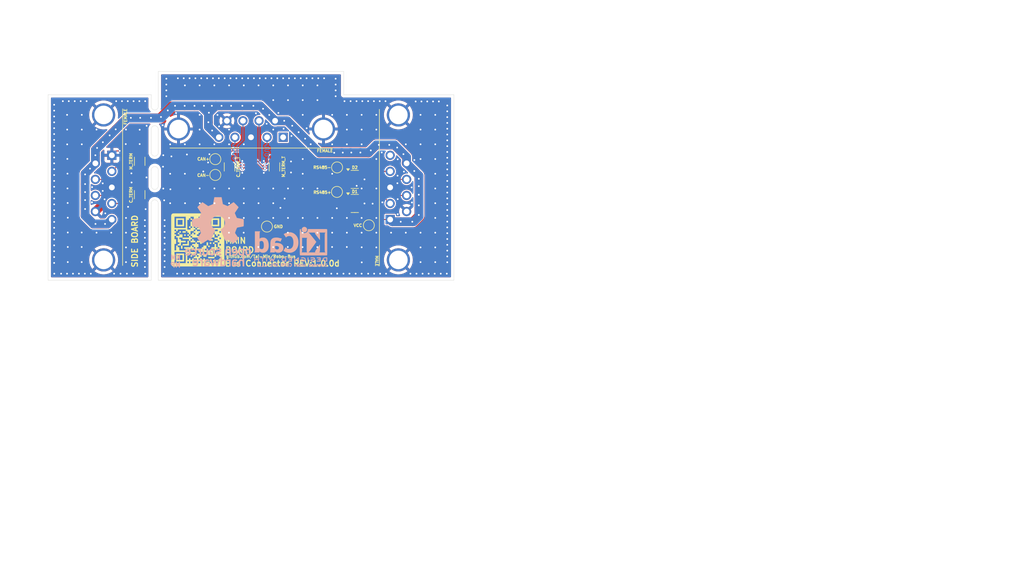
<source format=kicad_pcb>
(kicad_pcb (version 20241229) (generator "pcbnew") (generator_version "9.0")
  (title_block (title "${TITLE}") (date "2025-11-24") (rev "${REVISION}"))
  (layers (0 "F.Cu" signal) (2 "B.Cu" signal) (13 "F.Paste" user) (15 "B.Paste" user) (5 "F.SilkS" user "F.Silkscreen") (7 "B.SilkS" user "B.Silkscreen") (1 "F.Mask" user) (3 "B.Mask" user) (25 "Edge.Cuts" user))
  (property "REVISION" "1.0.0d")
  (property "TITLE" "Bus Connector")
  (net 0 "")
  (net 1 "VCC")
  (net 2 "GND")
  (net 3 "unconnected-(J2-Pad1)")
  (net 4 "/CAN-")
  (net 5 "/CAN+")
  (net 6 "/MODBUS+")
  (net 7 "/MODBUS-")
  (footprint "Resistor_SMD:R_1206_3216Metric" (layer "F.Cu") (at 150.55 104.9375 -90)
    (property "Reference" "R3" (hide yes))
    (property "Value" "120")
  )
  (footprint "Resistor_SMD:R_1206_3216Metric" (layer "F.Cu") (at 127.3 103.975 -90)
    (property "Reference" "R1" (hide yes))
    (property "Value" "120")
  )
  (footprint "Connector_Dsub:DSUB-9_Pins_Horizontal_P2.77x2.84mm_EdgePinOffset7.70mm_Housed_MountingHolesOffset9.12mm" (layer "F.Cu") (at 122.5 102.935 -90)
    (property "Reference" "J1" (hide yes))
    (property "Value" "DE9_Left")
  )
  (footprint "Package_TO_SOT_SMD:SOT-23" (layer "F.Cu") (at 164.4 111.245)
    (property "Reference" "D1")
    (property "Value" "CDSOT23-T24CAN")
  )
  (footprint "TestPoint:TestPoint_Pad_D1.5mm" (layer "F.Cu") (at 161.35 105.025)
    (property "Reference" "TP4" (hide yes))
    (property "Value" "TestPoint")
  )
  (footprint "Resistor_SMD:R_1206_3216Metric" (layer "F.Cu") (at 127.3 109.725 90)
    (property "Reference" "R2" (hide yes))
    (property "Value" "120")
  )
  (footprint "Connector_Dsub:DSUB-9_Pins_Horizontal_P2.77x2.84mm_EdgePinOffset7.70mm_Housed_MountingHolesOffset9.12mm" (layer "F.Cu") (at 170.5 114.015 90)
    (property "Reference" "J3" (hide yes))
    (property "Value" "DE9_Right")
  )
  (footprint "Connector_Dsub:DSUB-9_Pins_Horizontal_P2.77x2.84mm_EdgePinOffset7.70mm_Housed_MountingHolesOffset9.12mm" (layer "F.Cu") (at 152.04 99.825331 180)
    (property "Reference" "J2" (hide yes))
    (property "Value" "DE9_Top")
  )
  (footprint "TestPoint:TestPoint_Pad_D1.5mm" (layer "F.Cu") (at 140.35 103.6)
    (property "Reference" "TP2" (hide yes))
    (property "Value" "TestPoint")
  )
  (footprint "TestPoint:TestPoint_Pad_D1.5mm" (layer "F.Cu") (at 140.35 106.325)
    (property "Reference" "TP1" (hide yes))
    (property "Value" "TestPoint")
  )
  (footprint "Package_TO_SOT_SMD:SOT-23" (layer "F.Cu") (at 164.4 107.09)
    (property "Reference" "D2")
    (property "Value" "SM712-02HTG")
  )
  (footprint "Resistor_SMD:R_1206_3216Metric" (layer "F.Cu") (at 142.8 104.9375 90)
    (property "Reference" "R4" (hide yes))
    (property "Value" "120")
  )
  (footprint "TestPoint:TestPoint_Pad_D1.5mm" (layer "F.Cu") (at 166.825 115)
    (property "Reference" "TP5" (hide yes))
    (property "Value" "TestPoint")
  )
  (footprint "symbols:robo-bus-qr" (layer "F.Cu") (at 137.3124 118.364)
    (property "Reference" "G***" (hide yes))
    (property "Value" "LOGO" (hide yes))
  )
  (footprint "TestPoint:TestPoint_Pad_D1.5mm" (layer "F.Cu") (at 161.325 109.25)
    (property "Reference" "TP3" (hide yes))
    (property "Value" "TestPoint")
  )
  (footprint "TestPoint:TestPoint_Pad_D1.5mm" (layer "F.Cu") (at 149.25 115.225)
    (property "Reference" "TP6" (hide yes))
    (property "Value" "TestPoint")
  )
  (footprint "Symbol:KiCad-Logo2_5mm_SilkScreen" (layer "B.Cu") (at 153.3652 118.2624 180)
    (property "Reference" "REF**" (hide yes))
    (property "Value" "KiCad-Logo2_5mm_SilkScreen" (hide yes))
  )
  (footprint "Symbol:OSHW-Logo_11.4x12mm_SilkScreen" (layer "B.Cu") (at 140.8176 116.1288 180)
    (property "Reference" "REF**" (hide yes))
    (property "Value" "OSHW-Logo_11.4x12mm_SilkScreen" (hide yes))
  )
  (gr_arc (start 129.3 111.225) (mid 129.9 110.625) (end 130.5 111.225) (stroke (width 0.05)) (layer "Edge.Cuts"))
  (gr_line (start 163.7 124.475) (end 181.5 124.475) (stroke (width 0.05)) (layer "Edge.Cuts"))
  (gr_line (start 130.5 88.475) (end 162.5 88.475) (stroke (width 0.05)) (layer "Edge.Cuts"))
  (gr_line (start 130.5 105.475) (end 130.5 108.225) (stroke (width 0.05)) (layer "Edge.Cuts"))
  (gr_line (start 130.5 102.475) (end 130.5 98.425) (stroke (width 0.05)) (layer "Edge.Cuts"))
  (gr_line (start 129.3 124.475) (end 111.50016 124.475) (stroke (width 0.05)) (layer "Edge.Cuts"))
  (gr_line (start 162.5 92.475) (end 162.5 92.45) (stroke (width 0.05)) (layer "Edge.Cuts"))
  (gr_line (start 163.7 92.475) (end 162.5 92.475) (stroke (width 0.05)) (layer "Edge.Cuts"))
  (gr_line (start 129.3 105.475) (end 129.3 108.225) (stroke (width 0.05)) (layer "Edge.Cuts"))
  (gr_arc (start 130.5 108.225) (mid 129.9 108.825) (end 129.3 108.225) (stroke (width 0.05)) (layer "Edge.Cuts"))
  (gr_line (start 111.5 92.475) (end 129.3 92.475) (stroke (width 0.05)) (layer "Edge.Cuts"))
  (gr_line (start 181.5 92.475) (end 181.5 124.475) (stroke (width 0.05)) (layer "Edge.Cuts"))
  (gr_line (start 130.5 111.225) (end 130.5 124.475) (stroke (width 0.05)) (layer "Edge.Cuts"))
  (gr_arc (start 130.5 102.475) (mid 129.9 103.075) (end 129.3 102.475) (stroke (width 0.05)) (layer "Edge.Cuts"))
  (gr_line (start 130.5 94.525) (end 130.5 88.475) (stroke (width 0.05)) (layer "Edge.Cuts"))
  (gr_line (start 162.5 124.475) (end 130.5 124.475) (stroke (width 0.05)) (layer "Edge.Cuts"))
  (gr_arc (start 129.3 98.425) (mid 129.9 97.825) (end 130.5 98.425) (stroke (width 0.05)) (layer "Edge.Cuts"))
  (gr_arc (start 129.3 105.475) (mid 129.9 104.875) (end 130.5 105.475) (stroke (width 0.05)) (layer "Edge.Cuts"))
  (gr_line (start 162.5 124.475) (end 163.7 124.475) (stroke (width 0.05)) (layer "Edge.Cuts"))
  (gr_line (start 129.3 92.475) (end 129.3 94.525) (stroke (width 0.05)) (layer "Edge.Cuts"))
  (gr_line (start 129.3 124.475) (end 129.3 111.225) (stroke (width 0.05)) (layer "Edge.Cuts"))
  (gr_line (start 129.3 98.425) (end 129.3 102.475) (stroke (width 0.05)) (layer "Edge.Cuts"))
  (gr_line (start 111.5 124.475) (end 111.5 92.475) (stroke (width 0.05)) (layer "Edge.Cuts"))
  (gr_arc (start 130.5 94.525) (mid 129.9 95.125) (end 129.3 94.525) (stroke (width 0.05)) (layer "Edge.Cuts"))
  (gr_line (start 162.5 88.475) (end 162.5 92.45) (stroke (width 0.05)) (layer "Edge.Cuts"))
  (gr_line (start 163.7 92.475) (end 181.5 92.475) (stroke (width 0.05)) (layer "Edge.Cuts"))
  (gr_text "${TITLE} REV:${REVISION}" (at 141.9352 122.174 0) (layer "F.SilkS") (effects (font (size 1 1) (thickness 0.2) (bold yes)) (justify left bottom)))
  (gr_text "RS485-" (at 157.175 105.325 0) (layer "F.SilkS") (effects (font (size 0.5 0.5) (thickness 0.125) (bold yes)) (justify left bottom)))
  (gr_text "C_TERM" (at 126.1 109.75 90) (layer "F.SilkS") (effects (font (size 0.5 0.5) (thickness 0.125) (bold yes)) (justify bottom)))
  (gr_text "MAIN\nBOARD" (at 141.962399 119.854947 0) (layer "F.SilkS") (effects (font (size 1 1) (thickness 0.2) (bold yes)) (justify left bottom)))
  (gr_text "github.com/Tai-Min/Robo-Bus" (at 142.137399 120.679947 0) (layer "F.SilkS") (effects (font (size 0.5 0.5) (thickness 0.125) (bold yes)) (justify left bottom)))
  (gr_text "MALE" (at 167.9 120.15 270) (layer "F.SilkS") (effects (font (size 0.5 0.5) (thickness 0.125) (bold yes)) (justify left bottom)))
  (gr_text "CAN-" (at 137.15 106.675 0) (layer "F.SilkS") (effects (font (size 0.5 0.5) (thickness 0.125) (bold yes)) (justify left bottom)))
  (gr_text "VCC" (at 164.125 115.325 0) (layer "F.SilkS") (effects (font (size 0.5 0.5) (thickness 0.125) (bold yes)) (justify left bottom)))
  (gr_text "M_TERM" (at 126.1 103.975 90) (layer "F.SilkS") (effects (font (size 0.5 0.5) (thickness 0.125) (bold yes)) (justify bottom)))
  (gr_text "CAN+" (at 137.175 103.875 0) (layer "F.SilkS") (effects (font (size 0.5 0.5) (thickness 0.125) (bold yes)) (justify left bottom)))
  (gr_text "GND" (at 150.375 115.525 0) (layer "F.SilkS") (effects (font (size 0.5 0.5) (thickness 0.125) (bold yes)) (justify left bottom)))
  (gr_text "FEMALE" (at 125.15 97.725 90) (layer "F.SilkS") (effects (font (size 0.5 0.5) (thickness 0.125) (bold yes)) (justify left bottom)))
  (gr_text "SIDE BOARD" (at 127.05 117.75 -270) (layer "F.SilkS") (effects (font (size 1 1) (thickness 0.2) (bold yes)) (justify bottom)))
  (gr_text "FEMALE" (at 157.8 102.45 0) (layer "F.SilkS") (effects (font (size 0.5 0.5) (thickness 0.125) (bold yes)) (justify left bottom)))
  (gr_text "M_TERM_T" (at 152.4 104.9 90) (layer "F.SilkS") (effects (font (size 0.5 0.5) (thickness 0.125) (bold yes)) (justify bottom)))
  (gr_text "RS485+" (at 157.2 109.625 0) (layer "F.SilkS") (effects (font (size 0.5 0.5) (thickness 0.125) (bold yes)) (justify left bottom)))
  (gr_text "C_TERM_T" (at 144.6 104.95 90) (layer "F.SilkS") (effects (font (size 0.5 0.5) (thickness 0.125) (bold yes)) (justify bottom)))
  (gr_text "KM\nMP" (at 134.4676 122.3264 -0) (layer "B.SilkS") (effects (font (size 0.8 0.8) (thickness 0.2) (bold yes)) (justify left bottom mirror)))
  (gr_text "Licensed under CERN OHL v.1.2" (at 159.7452 122.1524 0) (layer "B.SilkS") (effects (font (size 0.5 0.5) (thickness 0.125) (bold yes)) (justify left bottom mirror)))
  (segment (start 169.11 114.015) (end 170.5 114.015) (width 0.16) (layer "F.Cu") (net 1))
  (segment (start 121.700001 114.814999) (end 122.5 114.015) (width 1.5) (layer "F.Cu") (net 1))
  (segment (start 135.06 94.4) (end 136.76 94.4) (width 1.5) (layer "F.Cu") (net 1))
  (segment (start 117.889 106.23) (end 117.889 107.9) (width 1.5) (layer "F.Cu") (net 1))
  (segment (start 166.825 115) (end 168.125 115) (width 0.16) (layer "F.Cu") (net 1))
  (segment (start 129.25 96.475) (end 130.775 96.475) (width 1.5) (layer "F.Cu") (net 1))
  (segment (start 117.889 109.28) (end 117.889 110.66) (width 1.5) (layer "F.Cu") (net 1))
  (segment (start 122.1225 99.5025) (end 123.1625 98.4625) (width 1.5) (layer "F.Cu") (net 1))
  (segment (start 145.01 94.4) (end 146.91 94.4) (width 1.5) (layer "F.Cu") (net 1))
  (segment (start 139.797334 98.662666) (end 139.15 98.015331) (width 1.5) (layer "F.Cu") (net 1))
  (segment (start 166.77 102.53) (end 168.13 101.17) (width 1.5) (layer "F.Cu") (net 1))
  (segment (start 175.44 106.42) (end 175.44 106.99) (width 1.5) (layer "F.Cu") (net 1))
  (segment (start 172.32 114.391) (end 170.876 114.391) (width 1.5) (layer "F.Cu") (net 1))
  (segment (start 175.44 113.22) (end 175.44 113.34) (width 1.5) (layer "F.Cu") (net 1))
  (segment (start 139.15 95.7) (end 137.85 94.4) (width 1.5) (layer "F.Cu") (net 1))
  (segment (start 168.125 115) (end 169.11 114.015) (width 0.16) (layer "F.Cu") (net 1))
  (segment (start 118.304784 113.765216) (end 119.354568 114.814999) (width 1.5) (layer "F.Cu") (net 1))
  (segment (start 172.792716 102.737284) (end 173.34 103.284569) (width 1.5) (layer "F.Cu") (net 1))
  (segment (start 175.44 106.99) (end 175.44 108.26) (width 1.5) (layer "F.Cu") (net 1))
  (segment (start 170.5 114.015) (end 170.626 114.141) (width 1) (layer "F.Cu") (net 1))
  (segment (start 146.91 94.4) (end 148.069669 94.4) (width 1.5) (layer "F.Cu") (net 1))
  (segment (start 124.2775 97.3475) (end 125.15 96.475) (width 1.5) (layer "F.Cu") (net 1))
  (segment (start 119.66 104.32) (end 118.74 105.24) (width 1.5) (layer "F.Cu") (net 1))
  (segment (start 173.34 103.284569) (end 173.34 104.32) (width 1.5) (layer "F.Cu") (net 1))
  (segment (start 174.32 114.391) (end 172.32 114.391) (width 1.5) (layer "F.Cu") (net 1))
  (segment (start 125.78 96.475) (end 127.39 96.475) (width 1.5) (layer "F.Cu") (net 1))
  (segment (start 149.649834 95.980166) (end 150.655 96.985331) (width 1.5) (layer "F.Cu") (net 1))
  (segment (start 143.07 94.4) (end 145.01 94.4) (width 1.5) (layer "F.Cu") (net 1))
  (segment (start 132.85 94.4) (end 133.4 94.4) (width 1.5) (layer "F.Cu") (net 1))
  (segment (start 119.66 104.32) (end 119.66 102.93) (width 1.5) (layer "F.Cu") (net 1))
  (segment (start 170.876 114.391) (end 170.5 114.015) (width 1.5) (layer "F.Cu") (net 1))
  (segment (start 117.889 107.9) (end 117.889 109.28) (width 1.5) (layer "F.Cu") (net 1))
  (segment (start 148.579834 94.910166) (end 149.649834 95.980166) (width 1.5) (layer "F.Cu") (net 1))
  (segment (start 158.27 102.53) (end 166.77 102.53) (width 1.5) (layer "F.Cu") (net 1))
  (segment (start 150.655 96.985331) (end 152.23 96.985331) (width 1.5) (layer "F.Cu") (net 1))
  (segment (start 125.15 96.475) (end 125.78 96.475) (width 1.5) (layer "F.Cu") (net 1))
  (segment (start 123.1625 98.4625) (end 124.2775 97.3475) (width 1.5) (layer "F.Cu") (net 1))
  (segment (start 139.15 98.015331) (end 139.15 97.23) (width 1.5) (layer "F.Cu") (net 1))
  (segment (start 139.15 95.7) (end 140.45 94.4) (width 1.5) (layer "F.Cu") (net 1))
  (segment (start 174.389 114.391) (end 174.32 114.391) (width 1.5) (layer "F.Cu") (net 1))
  (segment (start 152.23 96.985331) (end 152.725331 96.985331) (width 1.5) (layer "F.Cu") (net 1))
  (segment (start 168.13 101.17) (end 171.225431 101.17) (width 1.5) (layer "F.Cu") (net 1))
  (segment (start 119.9575 101.6675) (end 120.9525 100.6725) (width 1.5) (layer "F.Cu") (net 1))
  (segment (start 173.34 104.32) (end 174.665 105.645) (width 1.5) (layer "F.Cu") (net 1))
  (segment (start 119.66 102.93) (end 119.66 101.965) (width 1.5) (layer "F.Cu") (net 1))
  (segment (start 140.96 99.825331) (end 139.797334 98.662666) (width 1.5) (layer "F.Cu") (net 1))
  (segment (start 119.354568 114.814999) (end 121.700001 114.814999) (width 1.5) (layer "F.Cu") (net 1))
  (segment (start 117.889 106.091) (end 117.889 106.23) (width 1.5) (layer "F.Cu") (net 1))
  (segment (start 152.725331 96.985331) (end 158.27 102.53) (width 1.5) (layer "F.Cu") (net 1))
  (segment (start 122.5 114.015) (end 122.374 114.141) (width 1) (layer "F.Cu") (net 1))
  (segment (start 127.39 96.475) (end 129.25 96.475) (width 1.5) (layer "F.Cu") (net 1))
  (segment (start 173.3 104.28) (end 173.34 104.32) (width 1.6) (layer "F.Cu") (net 1))
  (segment (start 136.76 94.4) (end 137.85 94.4) (width 1.5) (layer "F.Cu") (net 1))
  (segment (start 133.4 94.4) (end 135.06 94.4) (width 1.5) (layer "F.Cu") (net 1))
  (segment (start 175.44 111.57) (end 175.44 113.22) (width 1.5) (layer "F.Cu") (net 1))
  (segment (start 137.85 94.4) (end 138.39 94.4) (width 1.5) (layer "F.Cu") (net 1))
  (segment (start 175.44 113.34) (end 174.389 114.391) (width 1.5) (layer "F.Cu") (net 1))
  (segment (start 120.9525 100.6725) (end 122.1225 99.5025) (width 1.5) (layer "F.Cu") (net 1))
  (segment (start 139.75 94.4) (end 140.45 94.4) (width 1.5) (layer "F.Cu") (net 1))
  (segment (start 175.44 108.26) (end 175.44 109.73) (width 1.5) (layer "F.Cu") (net 1))
  (segment (start 130.775 96.475) (end 132.85 94.4) (width 1.5) (layer "F.Cu") (net 1))
  (segment (start 138.39 94.4) (end 139.75 94.4) (width 1.5) (layer "F.Cu") (net 1))
  (segment (start 171.225431 101.17) (end 172.792716 102.737284) (width 1.5) (layer "F.Cu") (net 1))
  (segment (start 119.66 101.965) (end 119.9575 101.6675) (width 1.5) (layer "F.Cu") (net 1))
  (segment (start 174.665 105.645) (end 175.44 106.42) (width 1.5) (layer "F.Cu") (net 1))
  (segment (start 141.42 94.4) (end 143.07 94.4) (width 1.5) (layer "F.Cu") (net 1))
  (segment (start 118.74 105.24) (end 117.889 106.091) (width 1.5) (layer "F.Cu") (net 1))
  (segment (start 117.889 113.349431) (end 118.304784 113.765216) (width 1.5) (layer "F.Cu") (net 1))
  (segment (start 139.15 97.23) (end 139.15 95.7) (width 1.5) (layer "F.Cu") (net 1))
  (segment (start 117.889 112.2) (end 117.889 113.349431) (width 1.5) (layer "F.Cu") (net 1))
  (segment (start 117.889 110.66) (end 117.889 112.2) (width 1.5) (layer "F.Cu") (net 1))
  (segment (start 148.069669 94.4) (end 148.579834 94.910166) (width 1.5) (layer "F.Cu") (net 1))
  (segment (start 140.45 94.4) (end 141.42 94.4) (width 1.5) (layer "F.Cu") (net 1))
  (segment (start 175.44 109.73) (end 175.44 111.57) (width 1.5) (layer "F.Cu") (net 1))
  (via (at 163.8 102.46) (size 0.45) (drill 0.3) (layers "F.Cu" "B.Cu") (net 1))
  (via (at 162.33 102.47) (size 0.45) (drill 0.3) (layers "F.Cu" "B.Cu") (net 1))
  (via (at 122.1225 99.5025) (size 0.45) (drill 0.3) (layers "F.Cu" "B.Cu") (net 1))
  (via (at 153.61 97.84) (size 0.45) (drill 0.3) (layers "F.Cu" "B.Cu") (net 1))
  (via (at 119.68 114.77) (size 0.45) (drill 0.3) (layers "F.Cu" "B.Cu") (net 1))
  (via (at 119.66 102.93) (size 0.45) (drill 0.3) (layers "F.Cu" "B.Cu") (net 1))
  (via (at 135.06 94.4) (size 0.45) (drill 0.3) (layers "F.Cu" "B.Cu") (net 1))
  (via (at 145.01 94.4) (size 0.45) (drill 0.3) (layers "F.Cu" "B.Cu") (net 1))
  (via (at 117.889 110.66) (size 0.45) (drill 0.3) (layers "F.Cu" "B.Cu") (net 1))
  (via (at 175.44 111.57) (size 0.45) (drill 0.3) (layers "F.Cu" "B.Cu") (net 1))
  (via (at 127.39 96.475) (size 0.45) (drill 0.3) (layers "F.Cu" "B.Cu") (net 1))
  (via (at 154.715 98.945) (size 0.45) (drill 0.3) (layers "F.Cu" "B.Cu") (net 1))
  (via (at 172.792716 102.737284) (size 0.45) (drill 0.3) (layers "F.Cu" "B.Cu") (net 1))
  (via (at 133.4 94.4) (size 0.45) (drill 0.3) (layers "F.Cu" "B.Cu") (net 1))
  (via (at 117.889 107.9) (size 0.45) (drill 0.3) (layers "F.Cu" "B.Cu") (net 1))
  (via (at 132.15 95.2) (size 0.45) (drill 0.3) (layers "F.Cu" "B.Cu") (net 1))
  (via (at 156.795 101.025) (size 0.45) (drill 0.3) (layers "F.Cu" "B.Cu") (net 1))
  (via (at 129.25 96.475) (size 0.45) (drill 0.3) (layers "F.Cu" "B.Cu") (net 1))
  (via (at 175.44 113.22) (size 0.45) (drill 0.3) (layers "F.Cu" "B.Cu") (net 1))
  (via (at 136.76 94.4) (size 0.45) (drill 0.3) (layers "F.Cu" "B.Cu") (net 1))
  (via (at 165.37 102.46) (size 0.45) (drill 0.3) (layers "F.Cu" "B.Cu") (net 1))
  (via (at 167.16 102.09) (size 0.45) (drill 0.3) (layers "F.Cu" "B.Cu") (net 1))
  (via (at 149.649834 95.980166) (size 0.45) (drill 0.3) (layers "F.Cu" "B.Cu") (net 1))
  (via (at 143.07 94.4) (size 0.45) (drill 0.3) (layers "F.Cu" "B.Cu") (net 1))
  (via (at 120.9525 100.6725) (size 0.45) (drill 0.3) (layers "F.Cu" "B.Cu") (net 1))
  (via (at 174.32 114.391) (size 0.45) (drill 0.3) (layers "F.Cu" "B.Cu") (net 1))
  (via (at 117.889 106.23) (size 0.45) (drill 0.3) (layers "F.Cu" "B.Cu") (net 1))
  (via (at 138.39 94.4) (size 0.45) (drill 0.3) (layers "F.Cu" "B.Cu") (net 1))
  (via (at 168.55 101.14) (size 0.45) (drill 0.3) (layers "F.Cu" "B.Cu") (net 1))
  (via (at 139.15 97.23) (size 0.45) (drill 0.3) (layers "F.Cu" "B.Cu") (net 1))
  (via (at 175.44 109.73) (size 0.45) (drill 0.3) (layers "F.Cu" "B.Cu") (net 1))
  (via (at 121.33 114.77) (size 0.45) (drill 0.3) (layers "F.Cu" "B.Cu") (net 1))
  (via (at 155.835 100.065) (size 0.45) (drill 0.3) (layers "F.Cu" "B.Cu") (net 1))
  (via (at 175.44 106.99) (size 0.45) (drill 0.3) (layers "F.Cu" "B.Cu") (net 1))
  (via (at 175.44 108.26) (size 0.45) (drill 0.3) (layers "F.Cu" "B.Cu") (net 1))
  (via (at 170.35 101.14) (size 0.45) (drill 0.3) (layers "F.Cu" "B.Cu") (net 1))
  (via (at 160.85 102.5) (size 0.45) (drill 0.3) (layers "F.Cu" "B.Cu") (net 1))
  (via (at 152.23 96.985331) (size 0.45) (drill 0.3) (layers "F.Cu" "B.Cu") (net 1))
  (via (at 117.889 109.28) (size 0.45) (drill 0.3) (layers "F.Cu" "B.Cu") (net 1))
  (via (at 141.42 94.4) (size 0.45) (drill 0.3) (layers "F.Cu" "B.Cu") (net 1))
  (via (at 139.24 95.59) (size 0.45) (drill 0.3) (layers "F.Cu" "B.Cu") (net 1))
  (via (at 146.91 94.4) (size 0.45) (drill 0.3) (layers "F.Cu" "B.Cu") (net 1))
  (via (at 130.975 96.325) (size 0.45) (drill 0.3) (layers "F.Cu" "B.Cu") (net 1))
  (via (at 148.579834 94.910166) (size 0.45) (drill 0.3) (layers "F.Cu" "B.Cu") (net 1))
  (via (at 171.71 101.6) (size 0.45) (drill 0.3) (layers "F.Cu" "B.Cu") (net 1))
  (via (at 125.78 96.475) (size 0.45) (drill 0.3) (layers "F.Cu" "B.Cu") (net 1))
  (via (at 123.1625 98.4625) (size 0.45) (drill 0.3) (layers "F.Cu" "B.Cu") (net 1))
  (via (at 172.32 114.391) (size 0.45) (drill 0.3) (layers "F.Cu" "B.Cu") (net 1))
  (via (at 118.74 105.24) (size 0.45) (drill 0.3) (layers "F.Cu" "B.Cu") (net 1))
  (via (at 119.9575 101.6675) (size 0.45) (drill 0.3) (layers "F.Cu" "B.Cu") (net 1))
  (via (at 174.665 105.645) (size 0.45) (drill 0.3) (layers "F.Cu" "B.Cu") (net 1))
  (via (at 139.75 94.4) (size 0.45) (drill 0.3) (layers "F.Cu" "B.Cu") (net 1))
  (via (at 117.889 112.2) (size 0.45) (drill 0.3) (layers "F.Cu" "B.Cu") (net 1))
  (via (at 139.797334 98.662666) (size 0.45) (drill 0.3) (layers "F.Cu" "B.Cu") (net 1))
  (segment (start 121.33 114.77) (end 121.745 114.77) (width 1.5) (layer "B.Cu") (net 1))
  (segment (start 152.755331 96.985331) (end 153.61 97.84) (width 1.5) (layer "B.Cu") (net 1))
  (segment (start 168.55 101.14) (end 170.35 101.14) (width 1.5) (layer "B.Cu") (net 1))
  (segment (start 170.5 114.015) (end 170.876 114.391) (width 1.5) (layer "B.Cu") (net 1))
  (segment (start 156.795 101.025) (end 157.89 102.12) (width 1.5) (layer "B.Cu") (net 1))
  (segment (start 139.24 95.59) (end 139.15 95.68) (width 1.5) (layer "B.Cu") (net 1))
  (segment (start 175.48 106.46) (end 173.34 104.32) (width 1.5) (layer "B.Cu") (net 1))
  (segment (start 175.48 113.48) (end 175.48 106.46) (width 1.5) (layer "B.Cu") (net 1))
  (segment (start 137.89 94.4) (end 133.147742 94.4) (width 1.5) (layer "B.Cu") (net 1))
  (segment (start 140.43 94.4) (end 137.89 94.4) (width 1.5) (layer "B.Cu") (net 1))
  (segment (start 119.309569 114.77) (end 119.68 114.77) (width 1.5) (layer "B.Cu") (net 1))
  (segment (start 160.57 102.46) (end 162.15 102.46) (width 1.5) (layer "B.Cu") (net 1))
  (segment (start 170.35 101.14) (end 171.25 101.14) (width 1.5) (layer "B.Cu") (net 1))
  (segment (start 119.68 114.77) (end 121.33 114.77) (width 1.5) (layer "B.Cu") (net 1))
  (segment (start 173.34 103.23) (end 173.34 104.32) (width 1.5) (layer "B.Cu") (net 1))
  (segment (start 168.11 101.14) (end 168.55 101.14) (width 1.5) (layer "B.Cu") (net 1))
  (segment (start 119.66 104.32) (end 117.889 106.091) (width 1.5) (layer "B.Cu") (net 1))
  (segment (start 163.66 102.46) (end 165.37 102.46) (width 1.5) (layer "B.Cu") (net 1))
  (segment (start 139.15 98.015331) (end 140.96 99.825331) (width 1.5) (layer "B.Cu") (net 1))
  (segment (start 125.18 96.51) (end 119.66 102.03) (width 1.5) (layer "B.Cu") (net 1))
  (segment (start 121.745 114.77) (end 122.5 114.015) (width 1.5) (layer "B.Cu") (net 1))
  (segment (start 117.889 113.349431) (end 119.309569 114.77) (width 1.5) (layer "B.Cu") (net 1))
  (segment (start 174.569 114.391) (end 175.48 113.48) (width 1.5) (layer "B.Cu") (net 1))
  (segment (start 159.23 102.46) (end 160.57 102.46) (width 1.5) (layer "B.Cu") (net 1))
  (segment (start 154.715 98.945) (end 155.835 100.065) (width 1.5) (layer "B.Cu") (net 1))
  (segment (start 167.16 102.09) (end 168.11 101.14) (width 1.5) (layer "B.Cu") (net 1))
  (segment (start 166.79 102.46) (end 167.16 102.09) (width 1.5) (layer "B.Cu") (net 1))
  (segment (start 150.655 96.985331) (end 148.069669 94.4) (width 1.5) (layer "B.Cu") (net 1))
  (segment (start 119.66 102.03) (end 119.66 104.32) (width 1.5) (layer "B.Cu") (net 1))
  (segment (start 150.655 96.985331) (end 152.755331 96.985331) (width 1.5) (layer "B.Cu") (net 1))
  (segment (start 137.89 94.4) (end 137.89 94.42) (width 1.5) (layer "B.Cu") (net 1))
  (segment (start 139.15 95.68) (end 139.15 98.015331) (width 1.5) (layer "B.Cu") (net 1))
  (segment (start 117.889 106.091) (end 117.889 113.349431) (width 1.5) (layer "B.Cu") (net 1))
  (segment (start 165.37 102.46) (end 166.79 102.46) (width 1.5) (layer "B.Cu") (net 1))
  (segment (start 158.23 102.46) (end 159.23 102.46) (width 1.5) (layer "B.Cu") (net 1))
  (segment (start 148.069669 94.4) (end 140.43 94.4) (width 1.5) (layer "B.Cu") (net 1))
  (segment (start 131.037742 96.51) (end 125.18 96.51) (width 1.5) (layer "B.Cu") (net 1))
  (segment (start 162.15 102.46) (end 163.66 102.46) (width 1.5) (layer "B.Cu") (net 1))
  (segment (start 171.25 101.14) (end 171.71 101.6) (width 1.5) (layer "B.Cu") (net 1))
  (segment (start 153.61 97.84) (end 154.715 98.945) (width 1.5) (layer "B.Cu") (net 1))
  (segment (start 137.89 94.42) (end 139.15 95.68) (width 1.5) (layer "B.Cu") (net 1))
  (segment (start 140.43 94.4) (end 139.24 95.59) (width 1.5) (layer "B.Cu") (net 1))
  (segment (start 157.89 102.12) (end 158.23 102.46) (width 1.5) (layer "B.Cu") (net 1))
  (segment (start 171.71 101.6) (end 173.34 103.23) (width 1.5) (layer "B.Cu") (net 1))
  (segment (start 170.876 114.391) (end 174.569 114.391) (width 1.5) (layer "B.Cu") (net 1))
  (segment (start 133.147742 94.4) (end 131.037742 96.51) (width 1.5) (layer "B.Cu") (net 1))
  (segment (start 155.835 100.065) (end 156.795 101.025) (width 1.5) (layer "B.Cu") (net 1))
  (segment (start 119.66 112.63) (end 120.625 111.665) (width 1.5) (layer "F.Cu") (net 2))
  (segment (start 120.625 111.665) (end 120.625 111.625) (width 1.5) (layer "F.Cu") (net 2))
  (segment (start 173.34 112.63) (end 173.34 112.54) (width 1) (layer "F.Cu") (net 2))
  (segment (start 122.5 102.935) (end 123.26 102.175) (width 0.16) (layer "F.Cu") (net 2))
  (segment (start 123.26 102.175) (end 123.85 102.175) (width 0.16) (layer "F.Cu") (net 2))
  (via (at 112.55 96.241379) (size 0.45) (drill 0.3) (layers "F.Cu" "B.Cu") (net 2))
  (via (at 119.075 111.05) (size 0.45) (drill 0.3) (layers "F.Cu" "B.Cu") (net 2))
  (via (at 168.12 118.82) (size 0.45) (drill 0.3) (layers "F.Cu" "B.Cu") (net 2))
  (via (at 154.067319 89.65) (size 0.45) (drill 0.3) (layers "F.Cu" "B.Cu") (net 2))
  (via (at 150.031415 89.65) (size 0.45) (drill 0.3) (layers "F.Cu" "B.Cu") (net 2))
  (via (at 128.2 114.127586) (size 0.45) (drill 0.3) (layers "F.Cu" "B.Cu") (net 2))
  (via (at 177.134892 123.35) (size 0.45) (drill 0.3) (layers "F.Cu" "B.Cu") (net 2))
  (via (at 148.7 105.9675) (size 0.45) (drill 0.3) (layers "F.Cu" "B.Cu") (net 2))
  (via (at 161.1 91.741024) (size 0.45) (drill 0.3) (layers "F.Cu" "B.Cu") (net 2))
  (via (at 142.72 113.74) (size 0.45) (drill 0.3) (layers "F.Cu" "B.Cu") (net 2))
  (via (at 180.35 118.375353) (size 0.45) (drill 0.3) (layers "F.Cu" "B.Cu") (net 2))
  (via (at 165.59 118.8) (size 0.45) (drill 0.3) (layers "F.Cu" "B.Cu") (net 2))
  (via (at 133.575 95.65) (size 0.45) (drill 0.3) (layers "F.Cu" "B.Cu") (net 2))
  (via (at 124.94 113.74) (size 0.45) (drill 0.3) (layers "F.Cu" "B.Cu") (net 2))
  (via (at 137.64 95.96) (size 0.45) (drill 0.3) (layers "F.Cu" "B.Cu") (net 2))
  (via (at 113.75 123.35) (size 0.45) (drill 0.3) (layers "F.Cu" "B.Cu") (net 2))
  (via (at 180.35 102.358613) (size 0.45) (drill 0.3) (layers "F.Cu" "B.Cu") (net 2))
  (via (at 131.6 115.137931) (size 0.45) (drill 0.3) (layers "F.Cu" "B.Cu") (net 2))
  (via (at 128.2 122.210345) (size 0.45) (drill 0.3) (layers "F.Cu" "B.Cu") (net 2))
  (via (at 171.8 103.625) (size 0.45) (drill 0.3) (layers "F.Cu" "B.Cu") (net 2))
  (via (at 150.34 111.2) (size 0.45) (drill 0.3) (layers "F.Cu" "B.Cu") (net 2))
  (via (at 167.74 123.35) (size 0.45) (drill 0.3) (layers "F.Cu" "B.Cu") (net 2))
  (via (at 131.6 114.127586) (size 0.45) (drill 0.3) (layers "F.Cu" "B.Cu") (net 2))
  (via (at 173.2 101.04) (size 0.45) (drill 0.3) (layers "F.Cu" "B.Cu") (net 2))
  (via (at 169.05 102.45) (size 0.45) (drill 0.3) (layers "F.Cu" "B.Cu") (net 2))
  (via (at 151.225 95.625) (size 0.45) (drill 0.3) (layers "F.Cu" "B.Cu") (net 2))
  (via (at 180.35 97.353382) (size 0.45) (drill 0.3) (layers "F.Cu" "B.Cu") (net 2))
  (via (at 117.32 98.5) (size 0.45) (drill 0.3) (layers "F.Cu" "B.Cu") (net 2))
  (via (at 135.1 101.04) (size 0.45) (drill 0.3) (layers "F.Cu" "B.Cu") (net 2))
  (via (at 157.96 113.74) (size 0.45) (drill 0.3) (layers "F.Cu" "B.Cu") (net 2))
  (via (at 152.8572 116.2812) (size 0.45) (drill 0.3) (layers "F.Cu" "B.Cu") (net 2))
  (via (at 124.94 118.82) (size 0.45) (drill 0.3) (layers "F.Cu" "B.Cu") (net 2))
  (via (at 145.26 113.74) (size 0.45) (drill 0.3) (layers "F.Cu" "B.Cu") (net 2))
  (via (at 168.12 108.66) (size 0.45) (drill 0.3) (layers "F.Cu" "B.Cu") (net 2))
  (via (at 156.085271 89.65) (size 0.45) (drill 0.3) (layers "F.Cu" "B.Cu") (net 2))
  (via (at 145.26 90.88) (size 0.45) (drill 0.3) (layers "F.Cu" "B.Cu") (net 2))
  (via (at 140.880578 123.35) (size 0.45) (drill 0.3) (layers "F.Cu" "B.Cu") (net 2))
  (via (at 180.35 110.366983) (size 0.45) (drill 0.3) (layers "F.Cu" "B.Cu") (net 2))
  (via (at 120.925 107.775) (size 0.45) (drill 0.3) (layers "F.Cu" "B.Cu") (net 2))
  (via (at 163.48 123.35) (size 0.45) (drill 0.3) (layers "F.Cu" "B.Cu") (net 2))
  (via (at 131.6 117.158621) (size 0.45) (drill 0.3) (layers "F.Cu" "B.Cu") (net 2))
  (via (at 142.72 108.66) (size 0.45) (drill 0.3) (layers "F.Cu" "B.Cu") (net 2))
  (via (at 142.915289 123.35) (size 0.45) (drill 0.3) (layers "F.Cu" "B.Cu") (net 2))
  (via (at 128.25 93.6) (size 0.45) (drill 0.3) (layers "F.Cu" "B.Cu") (net 2))
  (via (at 114.9 116.25) (size 0.45) (drill 0.3) (layers "F.Cu" "B.Cu") (net 2))
  (via (at 114.78 95.96) (size 0.45) (drill 0.3) (layers "F.Cu" "B.Cu") (net 2))
  (via (at 112.55 113.417241) (size 0.45) (drill 0.3) (layers "F.Cu" "B.Cu") (net 2))
  (via (at 180.35 119.376399) (size 0.45) (drill 0.3) (layers "F.Cu" "B.Cu") (net 2))
  (via (at 152.8444 118.7516) (size 0.45) (drill 0.3) (layers "F.Cu" "B.Cu") (net 2))
  (via (at 165.58 116.28) (size 0.45) (drill 0.3) (layers "F.Cu" "B.Cu") (net 2))
  (via (at 145.26 111.2) (size 0.45) (drill 0.3) (layers "F.Cu" "B.Cu") (net 2))
  (via (at 176.089928 123.35) (size 0.45) (drill 0.3) (layers "F.Cu" "B.Cu") (net 2))
  (via (at 157.094247 89.65) (size 0.45) (drill 0.3) (layers "F.Cu" "B.Cu") (net 2))
  (via (at 180.35 111.368029) (size 0.45) (drill 0.3) (layers "F.Cu" "B.Cu") (net 2))
  (via (at 155.42 103.58) (size 0.45) (drill 0.3) (layers "F.Cu" "B.Cu") (net 2))
  (via (at 178.28 108.66) (size 0.45) (drill 0.3) (layers "F.Cu" "B.Cu") (net 2))
  (via (at 174.2 108.475) (size 0.45) (drill 0.3) (layers "F.Cu" "B.Cu") (net 2))
  (via (at 112.55 111.396552) (size 0.45) (drill 0.3) (layers "F.Cu" "B.Cu") (net 2))
  (via (at 128.2 117.158621) (size 0.45) (drill 0.3) (layers "F.Cu" "B.Cu") (net 2))
  (via (at 114.9 121.35) (size 0.45) (drill 0.3) (layers "F.Cu" "B.Cu") (net 2))
  (via (at 153.475 99.6) (size 0.45) (drill 0.3) (layers "F.Cu" "B.Cu") (net 2))
  (via (at 176.897907 93.65) (size 0.45) (drill 0.3) (layers "F.Cu" "B.Cu") (net 2))
  (via (at 142.968583 89.65) (size 0.45) (drill 0.3) (layers "F.Cu" "B.Cu") (net 2))
  (via (at 135.793801 123.35) (size 0.45) (drill 0.3) (layers "F.Cu" "B.Cu") (net 2))
  (via (at 152.88 108.66) (size 0.45) (drill 0.3) (layers "F.Cu" "B.Cu") (net 2))
  (via (at 149.2 97.5) (size 0.45) (drill 0.3) (layers "F.Cu" "B.Cu") (net 2))
  (via (at 150.34 93.42) (size 0.45) (drill 0.3) (layers "F.Cu" "B.Cu") (net 2))
  (via (at 148.7 103.9075) (size 0.45) (drill 0.3) (layers "F.Cu" "B.Cu") (net 2))
  (via (at 152.88 93.42) (size 0.45) (drill 0.3) (layers "F.Cu" "B.Cu") (net 2))
  (via (at 145.26 101.04) (size 0.45) (drill 0.3) (layers "F.Cu" "B.Cu") (net 2))
  (via (at 119.86 98.5) (size 0.45) (drill 0.3) (layers "F.Cu" "B.Cu") (net 2))
  (via (at 140.19 108.65) (size 0.45) (drill 0.3) (layers "F.Cu" "B.Cu") (net 2))
  (via (at 168.77 123.35) (size 0.45) (drill 0.3) (layers "F.Cu" "B.Cu") (net 2))
  (via (at 119.1 108.425) (size 0.45) (drill 0.3) (layers "F.Cu" "B.Cu") (net 2))
  (via (at 112.55 103.313793) (size 0.45) (drill 0.3) (layers "F.Cu" "B.Cu") (net 2))
  (via (at 112.55 100.282758) (size 0.45) (drill 0.3) (layers "F.Cu" "B.Cu") (net 2))
  (via (at 127.3 98.525) (size 0.45) (drill 0.3) (layers "F.Cu" "B.Cu") (net 2))
  (via (at 175.74 121.36) (size 0.45) (drill 0.3) (layers "F.Cu" "B.Cu") (net 2))
  (via (at 175.896861 93.65) (size 0.45) (drill 0.3) (layers "F.Cu" "B.Cu") (net 2))
  (via (at 128.2 119.179311) (size 0.45) (drill 0.3) (layers "F.Cu" "B.Cu") (net 2))
  (via (at 147.004487 89.65) (size 0.45) (drill 0.3) (layers "F.Cu" "B.Cu") (net 2))
  (via (at 180.35 107.363844) (size 0.45) (drill 0.3) (layers "F.Cu" "B.Cu") (net 2))
  (via (at 135.128 111.2012) (size 0.45) (drill 0.3) (layers "F.Cu" "B.Cu") (net 2))
  (via (at 169.7 93.6) (size 0.45) (drill 0.3) (layers "F.Cu" "B.Cu") (net 2))
  (via (at 163.04 116.28) (size 0.45) (drill 0.3) (layers "F.Cu" "B.Cu") (net 2))
  (via (at 180.35 117.374307) (size 0.45) (drill 0.3) (layers "F.Cu" "B.Cu") (net 2))
  (via (at 112.55 117.458621) (size 0.45) (drill 0.3) (layers "F.Cu" "B.Cu") (net 2))
  (via (at 174.25 111.075) (size 0.45) (drill 0.3) (layers "F.Cu" "B.Cu") (net 2))
  (via (at 171.8 110.5) (size 0.45) (drill 0.3) (layers "F.Cu" "B.Cu") (net 2))
  (via (at 149.019422 123.35) (size 0.45) (drill 0.3) (layers "F.Cu" "B.Cu") (net 2))
  (via (at 166.71 123.35) (size 0.45) (drill 0.3) (layers "F.Cu" "B.Cu") (net 2))
  (via (at 160.35 123.35) (size 0.45) (drill 0.3) (layers "F.Cu" "B.Cu") (net 2))
  (via (at 155.42 108.66) (size 0.45) (drill 0.3) (layers "F.Cu" "B.Cu") (net 2))
  (via (at 145.26 108.66) (size 0.45) (drill 0.3) (layers "F.Cu" "B.Cu") (net 2))
  (via (at 112.575 123.35) (size 0.45) (drill 0.3) (layers "F.Cu" "B.Cu") (net 2))
  (via (at 168.12 116.28) (size 0.45) (drill 0.3) (layers "F.Cu" "B.Cu") (net 2))
  (via (at 180.35 112.369076) (size 0.45) (drill 0.3) (layers "F.Cu" "B.Cu") (net 2))
  (via (at 155.42 95.96) (size 0.45) (drill 0.3) (layers "F.Cu" "B.Cu") (net 2))
  (via (at 143.932645 123.35) (size 0.45) (drill 0.3) (layers "F.Cu" "B.Cu") (net 2))
  (via (at 160.5 116.28) (size 0.45) (drill 0.3) (layers "F.Cu" "B.Cu") (net 2))
  (via (at 178.28 121.36) (size 0.45) (drill 0.3) (layers "F.Cu" "B.Cu") (net 2))
  (via (at 125.25 93.6) (size 0.45) (drill 0.3) (layers "F.Cu" "B.Cu") (net 2))
  (via (at 140.725 95.975) (size 0.45) (drill 0.3) (layers "F.Cu" "B.Cu") (net 2))
  (via (at 180.35 101.357567) (size 0.45) (drill 0.3) (layers "F.Cu" "B.Cu") (net 2))
  (via (at 153.088844 123.35) (size 0.45) (drill 0.3) (layers "F.Cu" "B.Cu") (net 2))
  (via (at 132.6 108.8) (size 0.45) (drill 0.3) (layers "F.Cu" "B.Cu") (net 2))
  (via (at 124.25 93.6) (size 0.45) (drill 0.3) (layers "F.Cu" "B.Cu") (net 2))
  (via (at 112.55 120.489655) (size 0.45) (drill 0.3) (layers "F.Cu" "B.Cu") (net 2))
  (via (at 140.950632 89.65) (size 0.45) (drill 0.3) (layers "F.Cu" "B.Cu") (net 2))
  (via (at 132.775 103.125) (size 0.45) (drill 0.3) (layers "F.Cu" "B.Cu") (net 2))
  (via (at 112.55 101.293103) (size 0.45) (drill 0.3) (layers "F.Cu" "B.Cu") (net 2))
  (via (at 157.96 93.42) (size 0.45) (drill 0.3) (layers "F.Cu" "B.Cu") (net 2))
  (via (at 131.9 90.732048) (size 0.45) (drill 0.3) (layers "F.Cu" "B.Cu") (net 2))
  (via (at 160.4872 118.7504) (size 0.45) (drill 0.3) (layers "F.Cu" "B.Cu") (net 2))
  (via (at 112.55 107.355172) (size 0.45) (drill 0.3) (layers "F.Cu" "B.Cu") (net 2))
  (via (at 151.040391 89.65) (size 0.45) (drill 0.3) (layers "F.Cu" "B.Cu") (net 2))
  (via (at 157.96 90.88) (size 0.45) (drill 0.3) (layers "F.Cu" "B.Cu") (net 2))
  (via (at 180.35 103.359659) (size 0.45) (drill 0.3) (layers "F.Cu" "B.Cu") (net 2))
  (via (at 147.8 108.66) (size 0.45) (drill 0.3) (layers "F.Cu" "B.Cu") (net 2))
  (via (at 157.9372 118.7704) (size 0.45) (drill 0.3) (layers "F.Cu" "B.Cu") (net 2))
  (via (at 180.35 116.373261) (size 0.45) (drill 0.3) (layers "F.Cu" "B.Cu") (net 2))
  (via (at 142.72 101.04) (size 0.45) (drill 0.3) (layers "F.Cu" "B.Cu") (net 2))
  (via (at 175.74 101.04) (size 0.45) (drill 0.3) (layers "F.Cu" "B.Cu") (net 2))
  (via (at 159.112199 89.65) (size 0.45) (drill 0.3) (layers "F.Cu" "B.Cu") (net 2))
  (via (at 112.55 121.5) (size 0.45) (drill 0.3) (layers "F.Cu" "B.Cu") (net 2))
  (via (at 180.35 96.352336) (size 0.45) (drill 0.3) (layers "F.Cu" "B.Cu") (net 2))
  (via (at 120.925 109.075) (size 0.45) (drill 0.3) (layers "F.Cu" "B.Cu") (net 2))
  (via (at 136.811156 123.35) (size 0.45) (drill 0.3) (layers "F.Cu" "B.Cu") (net 2))
  (via (at 148.002067 123.35) (size 0.45) (drill 0.3) (layers "F.Cu" "B.Cu") (net 2))
  (via (at 155.3972 118.7704) (size 0.45) (drill 0.3) (layers "F.Cu" "B.Cu") (net 2))
  (via (at 137.828512 123.35) (size 0.45) (drill 0.3) (layers "F.Cu" "B.Cu") (net 2))
  (via (at 123.996043 123.35) (size 0.45) (drill 0.3) (layers "F.Cu" "B.Cu") (net 2))
  (via (at 150.34 108.66) (size 0.45) (drill 0.3) (layers "F.Cu" "B.Cu") (net 2))
  (via (at 145.967356 123.35) (size 0.45) (drill 0.3) (layers "F.Cu" "B.Cu") (net 2))
  (via (at 119.86 116.28) (size 0.45) (drill 0.3) (layers "F.Cu" "B.Cu") (net 2))
  (via (at 180.35 121.378492) (size 0.45) (drill 0.3) (layers "F.Cu" "B.Cu") (net 2))
  (via (at 180.35 98.354428) (size 0.45) (drill 0.3) (layers "F.Cu" "B.Cu") (net 2))
  (via (at 147.7644 118.7516) (size 0.45) (drill 0.3) (layers "F.Cu" "B.Cu") (net 2))
  (via (at 147.35 95.7) (size 0.45) (drill 0.3) (layers "F.Cu" "B.Cu") (net 2))
  (via (at 117.3 121.35) (size 0.45) (drill 0.3) (layers "F.Cu" "B.Cu") (net 2))
  (via (at 178.179856 123.35) (size 0.45) (drill 0.3) (layers "F.Cu" "B.Cu") (net 2))
  (via (at 142.72 111.2) (size 0.45) (drill 0.3) (layers "F.Cu" "B.Cu") (net 2))
  (via (at 112.55 112.406896) (size 0.45) (drill 0.3) (layers "F.Cu" "B.Cu") (net 2))
  (via (at 175.74 118.82) (size 0.45) (drill 0.3) (layers "F.Cu" "B.Cu") (net 2))
  (via (at 128.5 97.85) (size 0.45) (drill 0.3) (layers "F.Cu" "B.Cu") (net 2))
  (via (at 165.6 121.4) (size 0.45) (drill 0.3) (layers "F.Cu" "B.Cu") (net 2))
  (via (at 141.959607 89.65) (size 0.45) (drill 0.3) (layers "F.Cu" "B.Cu") (net 2))
  (via (at 131.525 110.7) (size 0.45) (drill 0.3) (layers "F.Cu" "B.Cu") (net 2))
  (via (at 138.93268 89.65) (size 0.45) (drill 0.3) (layers "F.Cu" "B.Cu") (net 2))
  (via (at 155.42 93.42) (size 0.45) (drill 0.3) (layers "F.Cu" "B.Cu") (net 2))
  (via (at 153.4 104) (size 0.45) (drill 0.3) (layers "F.Cu" "B.Cu") (net 2))
  (via (at 165.58 98.5) (size 0.45) (drill 0.3) (layers "F.Cu" "B.Cu") (net 2))
  (via (at 178.28 118.82) (size 0.45) (drill 0.3) (layers "F.Cu" "B.Cu") (net 2))
  (via (at 178.28 116.28) (size 0.45) (drill 0.3) (layers "F.Cu" "B.Cu") (net 2))
  (via (at 161.3 112.075) (size 0.45) (drill 0.3) (layers "F.Cu" "B.Cu") (net 2))
  (via (at 141 97.95) (size 0.45) (drill 0.3) (layers "F.Cu" "B.Cu") (net 2))
  (via (at 135.45 102.8) (size 0.45) (drill 0.3) (layers "F.Cu" "B.Cu") (net 2))
  (via (at 115.075 93.6) (size 0.45) (drill 0.3) (layers "F.Cu" "B.Cu") (net 2))
  (via (at 114.9 118.75) (size 0.45) (drill 0.3) (layers "F.Cu" "B.Cu") (net 2))
  (via (at 174.675 103.75) (size 0.45) (drill 0.3) (layers "F.Cu" "B.Cu") (net 2))
  (via (at 117.3 116.25) (size 0.45) (drill 0.3) (layers "F.Cu" "B.Cu") (net 2))
  (via (at 125.9 107.625) (size 0.45) (drill 0.3) (layers "F.Cu" "B.Cu") (net 2))
  (via (at 128.2 115.137931) (size 0.45) (drill 0.3) (layers "F.Cu" "B.Cu") (net 2))
  (via (at 128.2 120.189655) (size 0.45) (drill 0.3) (layers "F.Cu" "B.Cu") (net 2))
  (via (at 149.022439 89.65) (size 0.45) (drill 0.3) (layers "F.Cu" "B.Cu") (net 2))
  (via (at 135.1 90.88) (size 0.45) (drill 0.3) (layers "F.Cu" "B.Cu") (net 2))
  (via (at 131.25 97.75) (size 0.45) (drill 0.3) (layers "F.Cu" "B.Cu") (net 2))
  (via (at 117.32 95.96) (size 0.45) (drill 0.3) (layers "F.Cu" "B.Cu") (net 2))
  (via (at 152.071489 123.35) (size 0.45) (drill 0.3) (layers "F.Cu" "B.Cu") (net 2))
  (via (at 178.28 106.12) (size 0.45) (drill 0.3) (layers "F.Cu" "B.Cu") (net 2))
  (via (at 112.55 118.468965) (size 0.45) (drill 0.3) (layers "F.Cu" "B.Cu") (net 2))
  (via (at 155.076295 89.65) (size 0.45) (drill 0.3) (layers "F.Cu" "B.Cu") (net 2))
  (via (at 125.3 111.825) (size 0.45) (drill 0.3) (layers "F.Cu" "B.Cu") (net 2))
  (via (at 150.34 113.74) (size 0.45) (drill 0.3) (layers "F.Cu" "B.Cu") (net 2))
  (via (at 134.776445 123.35) (size 0.45) (drill 0.3) (layers "F.Cu" "B.Cu") (net 2))
  (via (at 112.55 106.344827) (size 0.45) (drill 0.3) (layers "F.Cu" "B.Cu") (net 2))
  (via (at 112.55 104.324138) (size 0.45) (drill 0.3) (layers "F.Cu" "B.Cu") (net 2))
  (via (at 150.036778 123.35) (size 0.45) (drill 0.3) (layers "F.Cu" "B.Cu") (net 2))
  (via (at 112.55 102.303448) (size 0.45) (drill 0.3) (layers "F.Cu" "B.Cu") (net 2))
  (via (at 175.74 116.28) (size 0.45) (drill 0.3) (layers "F.Cu" "B.Cu") (net 2))
  (via (at 144.95 123.35) (size 0.45) (drill 0.3) (layers "F.Cu" "B.Cu") (net 2))
  (via (at 178.28 101.04) (size 0.45) (drill 0.3) (layers "F.Cu" "B.Cu") (net 2))
  (via (at 171.75 107.75) (size 0.45) (drill 0.3) (layers "F.Cu" "B.Cu") (net 2))
  (via (at 155.42 90.88) (size 0.45) (drill 0.3) (layers "F.Cu" "B.Cu") (net 2))
  (via (at 166.075 107.09) (size 0.45) (drill 0.3) (layers "F.Cu" "B.Cu") (net 2))
  (via (at 180.35 106.362798) (size 0.45) (drill 0.3) (layers "F.Cu" "B.Cu") (net 2))
  (via (at 148.013463 89.65) (size 0.45) (drill 0.3) (layers "F.Cu" "B.Cu") (net 2))
  (via (at 137.668 111.2012) (size 0.45) (drill 0.3) (layers "F.Cu" "B.Cu") (net 2))
  (via (at 163.0272 118.7504) (size 0.45) (drill 0.3) (layers "F.Cu" "B.Cu") (net 2))
  (via (at 121.375 112.95) (size 0.45) (drill 0.3) (layers "F.Cu" "B.Cu") (net 2))
  (via (at 175.74 95.96) (size 0.45) (drill 0.3) (layers "F.Cu" "B.Cu") (net 2))
  (via (at 168.12 113.74) (size 0.45) (drill 0.3) (layers "F.Cu" "B.Cu") (net 2))
  (via (at 158.175622 123.35) (size 0.45) (drill 0.3) (layers "F.Cu" "B.Cu") (net 2))
  (via (at 160.5 106.12) (size 0.45) (drill 0.3) (layers "F.Cu" "B.Cu") (net 2))
  (via (at 180.35 95.35129) (size 0.45) (drill 0.3) (layers "F.Cu" "B.Cu") (net 2))
  (via (at 131.6 118.168966) (size 0.45) (drill 0.3) (layers "F.Cu" "B.Cu") (net 2))
  (via (at 112.55 94.22069) (size 0.45) (drill 0.3) (layers "F.Cu" "B.Cu") (net 2))
  (via (at 114.05 93.6) (size 0.45) (drill 0.3) (layers "F.Cu" "B.Cu") (net 2))
  (via (at 141.897934 123.35) (size 0.45) (drill 0.3) (layers "F.Cu" "B.Cu") (net 2))
  (via (at 180.35 100.356521) (size 0.45) (drill 0.3) (layers "F.Cu" "B.Cu") (net 2))
  (via (at 177.898953 93.65) (size 0.45) (drill 0.3) (layers "F.Cu" "B.Cu") (net 2))
  (via (at 156.1 98.275) (size 0.45) (drill 0.3) (layers "F.Cu" "B.Cu") (net 2))
  (via (at 122.4 116.28) (size 0.45) (drill 0.3) (layers "F.Cu" "B.Cu") (net 2))
  (via (at 123.25 93.6) (size 0.45) (drill 0.3) (layers "F.Cu" "B.Cu") (net 2))
  (via (at 172.875 105.75) (size 0.45) (drill 0.3) (layers "F.Cu" "B.Cu") (net 2))
  (via (at 131.375 102.925) (size 0.45) (drill 0.3) (layers "F.Cu" "B.Cu") (net 2))
  (via (at 164.55 123.35) (size 0.45) (drill 0.3) (layers "F.Cu" "B.Cu") (net 2))
  (via (at 139.863223 123.35) (size 0.45) (drill 0.3) (layers "F.Cu" "B.Cu") (net 2))
  (via (at 131.4 123.35) (size 0.45) (drill 0.3) (layers "F.Cu" "B.Cu") (net 2))
  (via (at 131.6 116.148276) (size 0.45) (drill 0.3) (layers "F.Cu" "B.Cu") (net 2))
  (via (at 166.7 93.6) (size 0.45) (drill 0.3) (layers "F.Cu" "B.Cu") (net 2))
  (via (at 167.7 93.6) (size 0.45) (drill 0.3) (layers "F.Cu" "B.Cu") (net 2))
  (via (at 124.9 101) (size 0.45) (drill 0.3) (layers "F.Cu" "B.Cu") (net 2))
  (via (at 112.55 116.448276) (size 0.45) (drill 0.3) (layers "F.Cu" "B.Cu") (net 2))
  (via (at 131.9 91.741024) (size 0.45) (drill 0.3) (layers "F.Cu" "B.Cu") (net 2))
  (via (at 161.096396 89.723396) (size 0.45) (drill 0.3) (layers "F.Cu" "B.Cu") (net 2))
  (via (at 152.125 98.35) (size 0.45) (drill 0.3) (layers "F.Cu" "B.Cu") (net 2))
  (via (at 150.34 98.5) (size 0.45) (drill 0.3) (layers "F.Cu" "B.Cu") (net 2))
  (via (at 153.058343 89.65) (size 0.45) (drill 0.3) (layers "F.Cu" "B.Cu") (net 2))
  (via (at 137.64 90.88) (size 0.45) (drill 0.3) (layers "F.Cu" "B.Cu") (net 2))
  (via (at 157.158266 123.35) (size 0.45) (drill 0.3) (layers "F.Cu" "B.Cu") (net 2))
  (via (at 140.18 101.04) (size 0.45) (drill 0.3) (layers "F.Cu" "B.Cu") (net 2))
  (via (at 131.6 120.189655) (size 0.45) (drill 0.3) (layers "F.Cu" "B.Cu") (net 2))
  (via (at 114.88 111.16) (size 0.45) (drill 0.3) (layers "F.Cu" "B.Cu") (net 2))
  (via (at 121.25 110.525) (size 0.45) (drill 0.3) (layers "F.Cu" "B.Cu") (net 2))
  (via (at 180.35 105.361752) (size 0.45) (drill 0.3) (layers "F.Cu" "B.Cu") (net 2))
  (via (at 131.903603 89.723396) (size 0.45) (drill 0.3) (layers "F.Cu" "B.Cu") (net 2))
  (via (at 180.35 99.355475) (size 0.45) (drill 0.3) (layers "F.Cu" "B.Cu") (net 2))
  (via (at 180.35 94.350243) (size 0.45) (drill 0.3) (layers "F.Cu" "B.Cu") (net 2))
  (via (at 151.054133 123.35) (size 0.45) (drill 0.3) (layers "F.Cu" "B.Cu") (net 2))
  (via (at 131.325 104.9) (size 0.45) (drill 0.3) (layers "F.Cu" "B.Cu") (net 2))
  (via (at 116.1 93.6) (size 0.45) (drill 0.3) (layers "F.Cu" "B.Cu") (net 2))
  (via (at 180.35 109.365937) (size 0.45) (drill 0.3) (layers "F.Cu" "B.Cu") (net 2))
  (via (at 124.94 116.28) (size 0.45) (drill 0.3) (layers "F.Cu" "B.Cu") (net 2))
  (via (at 114.8 101.05) (size 0.45) (drill 0.3) (layers "F.Cu" "B.Cu") (net 2))
  (via (at 145.2372 116.2812) (size 0.45) (drill 0.3) (layers "F.Cu" "B.Cu") (net 2))
  (via (at 112.55 98.262069) (size 0.45) (drill 0.3) (layers "F.Cu" "B.Cu") (net 2))
  (via (at 154.1062 123.35) (size 0.45) (drill 0.3) (layers "F.Cu" "B.Cu") (net 2))
  (via (at 128.2 121.2) (size 0.45) (drill 0.3) (layers "F.Cu" "B.Cu") (net 2))
  (via (at 163.04 95.96) (size 0.45) (drill 0.3) (layers "F.Cu" "B.Cu") (net 2))
  (via (at 140.208 111.2012) (size 0.45) (drill 0.3) (layers "F.Cu" "B.Cu") (net 2))
  (via (at 133.8878 89.65) (size 0.45) (drill 0.3) (layers "F.Cu" "B.Cu") (net 2))
  (via (at 180.35 104.360706) (size 0.45) (drill 0.3) (layers "F.Cu" "B.Cu") (net 2))
  (via (at 164.7 93.6) (size 0.45) (drill 0.3) (layers "F.Cu" "B.Cu") (net 2))
  (via (at 112.55 110.386207) (size 0.45) (drill 0.3) (layers "F.Cu" "B.Cu") (net 2))
  (via (at 126.25 93.6) (size 0.45) (drill 0.3) (layers "F.Cu" "B.Cu") (net 2))
  (via (at 128.2 118.168966) (size 0.45) (drill 0.3) (layers "F.Cu" "B.Cu") (net 2))
  (via (at 180.35 108.364891) (size 0.45) (drill 0.3) (layers "F.Cu" "B.Cu") (net 2))
  (via (at 166.075 111.245) (size 0.45) (drill 0.3) (layers "F.Cu" "B.Cu") (net 2))
  (via (at 175.74 103.58) (size 0.45) (drill 0.3) (layers "F.Cu" "B.Cu") (net 2))
  (via (at 168.12 98.5) (size 0.45) (drill 0.3) (layers "F.Cu" "B.Cu") (net 2))
  (via (at 164.725 108.2) (size 0.45) (drill 0.3) (layers "F.Cu" "B.Cu") (net 2))
  (via (at 171.8 113.1) (size 0.45) (drill 0.3) (layers "F.Cu" "B.Cu") (net 2))
  (via (at 155.42 113.74) (size 0.45) (drill 0.3) (layers "F.Cu" "B.Cu") (net 2))
  (via (at 145 105.9675) (size 0.45) (drill 0.3) (layers "F.Cu" "B.Cu") (net 2))
  (via (at 168.12 103.58) (size 0.45) (drill 0.3) (layers "F.Cu" "B.Cu") (net 2))
  (via (at 165.58 123.35) (size 0.45) (drill 0.3) (layers "F.Cu" "B.Cu") (net 2))
  (via (at 133.75909 123.35) (size 0.45) (drill 0.3) (layers "F.Cu" "B.Cu") (net 2))
  (via (at 155.41 116.3) (size 0.45) (drill 0.3) (layers "F.Cu" "B.Cu") (net 2))
  (via (at 152.88 113.74) (size 0.45) (drill 0.3) (layers "F.Cu" "B.Cu") (net 2))
  (via (at 155.123555 123.35) (size 0.45) (drill 0.3) (layers "F.Cu" "B.Cu") (net 2))
  (via (at 165.7 93.6) (size 0.45) (drill 0.3) (layers "F.Cu" "B.Cu") (net 2))
  (via (at 169.8 123.35) (size 0.45) (drill 0.3) (layers "F.Cu" "B.Cu") (net 2))
  (via (at 125.875 106.05) (size 0.45) (drill 0.3) (layers "F.Cu" "B.Cu") (net 2))
  (via (at 128.325 112.225) (size 0.45) (drill 0.3) (layers "F.Cu" "B.Cu") (net 2))
  (via (at 168.7 93.6) (size 0.45) (drill 0.3) (layers "F.Cu" "B.Cu") (net 2))
  (via (at 123.85 102.175) (size 0.45) (drill 0.3) (layers "F.Cu" "B.Cu") (net 2))
  (via (at 147.8 111.2) (size 0.45) (drill 0.3) (layers "F.Cu" "B.Cu") (net 2))
  (via (at 112.55 95.231034) (size 0.45) (drill 0.3) (layers "F.Cu" "B.Cu") (net 2))
  (via (at 139.325 102.75) (size 0.45) (drill 0.3) (layers "F.Cu" "B.Cu") (net 2))
  (via (at 139.1 104.175) (size 0.45) (drill 0.3) (layers "F.Cu" "B.Cu") (net 2))
  (via (at 165.58 101.04) (size 0.45) (drill 0.3) (layers "F.Cu" "B.Cu") (net 2))
  (via (at 178.9 93.65) (size 0.45) (drill 0.3) (layers "F.Cu" "B.Cu") (net 2))
  (via (at 175.74 98.5) (size 0.45) (drill 0.3) (layers "F.Cu" "B.Cu") (net 2))
  (via (at 157.95 116.3) (size 0.45) (drill 0.3) (layers "F.Cu" "B.Cu") (net 2))
  (via (at 146.984711 123.35) (size 0.45) (drill 0.3) (layers "F.Cu" "B.Cu") (net 2))
  (via (at 117.125 93.6) (size 0.45) (drill 0.3) (layers "F.Cu" "B.Cu") (net 2))
  (via (at 116.825 123.35) (size 0.45) (drill 0.3) (layers "F.Cu" "B.Cu") (net 2))
  (via (at 169.15 111.05) (size 0.45) (drill 0.3) (layers "F.Cu" "B.Cu") (net 2))
  (via (at 160.5 113.74) (size 0.45) (drill 0.3) (layers "F.Cu" "B.Cu") (net 2))
  (via (at 180.269656 123.348049) (size 0.45) (drill 0.3) (layers "F.Cu" "B.Cu") (net 2))
  (via (at 161.1 90.732048) (size 0.45) (drill 0.3) (layers "F.Cu" "B.Cu") (net 2))
  (via (at 180.35 115.372214) (size 0.45) (drill 0.3) (layers "F.Cu" "B.Cu") (net 2))
  (via (at 131.6 119.179311) (size 0.45) (drill 0.3) (layers "F.Cu" "B.Cu") (net 2))
  (via (at 165.58 113.74) (size 0.45) (drill 0.3) (layers "F.Cu" "B.Cu") (net 2))
  (via (at 118.15 93.6) (size 0.45) (drill 0.3) (layers "F.Cu" "B.Cu") (net 2))
  (via (at 145.995511 89.65) (size 0.45) (drill 0.3) (layers "F.Cu" "B.Cu") (net 2))
  (via (at 152.88 90.88) (size 0.45) (drill 0.3) (layers "F.Cu" "B.Cu") (net 2))
  (via (at 127.3 101) (size 0.45) (drill 0.3) (layers "F.Cu" "B.Cu") (net 2))
  (via (at 131.9 92.75) (size 0.45) (drill 0.3) (layers "F.Cu" "B.Cu") (net 2))
  (via (at 170.66 116.28) (size 0.45) (drill 0.3) (layers "F.Cu" "B.Cu") (net 2))
  (via (at 155.42 106.12) (size 0.45) (drill 0.3) (layers "F.Cu" "B.Cu") (net 2))
  (via (at 128.2 116.148276) (size 0.45) (drill 0.3) (layers "F.Cu" "B.Cu") (net 2))
  (via (at 144.986535 89.65) (size 0.45) (drill 0.3) (layers "F.Cu" "B.Cu") (net 2))
  (via (at 135.1 106.12) (size 0.45) (drill 0.3) (layers "F.Cu" "B.Cu") (net 2))
  (via (at 160.5 95.96) (size 0.45) (drill 0.3) (layers "F.Cu" "B.Cu") (net 2))
  (via (at 178.28 98.5) (size 0.45) (drill 0.3) (layers "F.Cu" "B.Cu") (net 2))
  (via (at 132.56 111.2) (size 0.45) (drill 0.3) (layers "F.Cu" "B.Cu") (net 2))
  (via (at 139.941656 89.65) (size 0.45) (drill 0.3) (layers "F.Cu" "B.Cu") (net 2))
  (via (at 157.96 108.66) (size 0.45) (drill 0.3) (layers "F.Cu" "B.Cu") (net 2))
  (via (at 180.35 114.371168) (size 0.45) (drill 0.3) (layers "F.Cu" "B.Cu") (net 2))
  (via (at 145 103.9075) (size 0.45) (drill 0.3) (layers "F.Cu" "B.Cu") (net 2))
  (via (at 112.55 115.437931) (size 0.45) (drill 0.3) (layers "F.Cu" "B.Cu") (net 2))
  (via (at 158.103223 89.65) (size 0.45) (drill 0.3) (layers "F.Cu" "B.Cu") (net 2))
  (via (at 147.8 90.88) (size 0.45) (drill 0.3) (layers "F.Cu" "B.Cu") (net 2))
  (via (at 138.845867 123.35) (size 0.45) (drill 0.3) (layers "F.Cu" "B.Cu") (net 2))
  (via (at 117.85 123.35) (size 0.45) (drill 0.3) (layers "F.Cu" "B.Cu") (net 2))
  (via (at 168.12 95.96) (size 0.45) (drill 0.3) (layers "F.Cu" "B.Cu") (net 2))
  (via (at 163.675 93.6) (size 0.45) (drill 0.3) (layers "F.Cu" "B.Cu") (net 2))
  (via (at 112.55 99.272414) (size 0.45) (drill 0.3) (layers "F.Cu" "B.Cu") (net 2))
  (via (at 137.64 98.5) (size 0.45) (drill 0.3) (layers "F.Cu" "B.Cu") (net 2))
  (via (at 112.55 97.251724) (size 0.45) (drill 0.3) (layers "F.Cu" "B.Cu") (net 2))
  (via (at 128.475 106.75) (size 0.45) (drill 0.3) (layers "F.Cu" "B.Cu") (net 2))
  (via (at 122.892087 123.35) (size 0.45) (drill 0.3) (layers "F.Cu" "B.Cu") (net 2))
  (via (at 137.64 101.04) (size 0.45) (drill 0.3) (layers "F.Cu" "B.Cu") (net 2))
  (via (at 162.45 123.35) (size 0.45) (drill 0.3) (layers "F.Cu" "B.Cu") (net 2))
  (via (at 114.8 98.5) (size 0.45) (drill 0.3) (layers "F.Cu" "B.Cu") (net 2))
  (via (at 117.3 118.75) (size 0.45) (drill 0.3) (layers "F.Cu" "B.Cu") (net 2))
  (via (at 178.28 111.2) (size 0.45) (drill 0.3) (layers "F.Cu" "B.Cu") (net 2))
  (via (at 151.575 112) (size 0.45) (drill 0.3) (layers "F.Cu" "B.Cu") (net 2))
  (via (at 160.5 101.04) (size 0.45) (drill 0.3) (layers "F.Cu" "B.Cu") (net 2))
  (via (at 173.2 116.28) (size 0.45) (drill 0.3) (layers "F.Cu" "B.Cu") (net 2))
  (via (at 147.8 113.74) (size 0.45) (drill 0.3) (layers "F.Cu" "B.Cu") (net 2))
  (via (at 131.375 108.675) (size 0.45) (drill 0.3) (layers "F.Cu" "B.Cu") (net 2))
  (via (at 134.896776 89.65) (size 0.45) (drill 0.3) (layers "F.Cu" "B.Cu") (net 2))
  (via (at 156.140911 123.35) (size 0.45) (drill 0.3) (layers "F.Cu" "B.Cu") (net 2))
  (via (at 118.875 123.35) (size 0.45) (drill 0.3) (layers "F.Cu" "B.Cu") (net 2))
  (via (at 126.203957 123.35) (size 0.45) (drill 0.3) (layers "F.Cu" "B.Cu") (net 2))
  (via (at 142.6972 116.2812) (size 0.45) (drill 0.3) (layers "F.Cu" "B.Cu") (net 2))
  (via (at 124.94 98.5) (size 0.45) (drill 0.3) (layers "F.Cu" "B.Cu") (net 2))
  (via (at 161.38 123.35) (size 0.45) (drill 0.3) (layers "F.Cu" "B.Cu") (net 2))
  (via (at 142.72 98.5) (size 0.45) (drill 0.3) (layers "F.Cu" "B.Cu") (net 2))
  (via (at 131.6 121.2) (size 0.45) (drill 0.3) (layers "F.Cu" "B.Cu") (net 2))
  (via (at 137.65 108.65) (size 0.45) (drill 0.3) (layers "F.Cu" "B.Cu") (net 2))
  (via (at 132.56 101.04) (size 0.45) (drill 0.3) (layers "F.Cu" "B.Cu") (net 2))
  (via (at 125.1 123.35) (size 0.45) (drill 0.3) (layers "F.Cu" "B.Cu") (net 2))
  (via (at 138.275 105.725) (size 0.45) (drill 0.3) (layers "F.Cu" "B.Cu") (net 2))
  (via (at 178.28 103.58) (size 0.45) (drill 0.3) (layers "F.Cu" "B.Cu") (net 2))
  (via (at 175.044964 123.35) (size 0.45) (drill 0.3) (layers "F.Cu" "B.Cu") (net 2))
  (via (at 117.32 101.04) (size 0.45) (drill 0.3) (layers "F.Cu" "B.Cu") (net 2))
  (via (at 127.25 93.6) (size 0.45) (drill 0.3) (layers "F.Cu" "B.Cu") (net 2))
  (via (at 112.55 114.427586) (size 0.45) (drill 0.3) (layers "F.Cu" "B.Cu") (net 2))
  (via (at 180.35 113.370122) (size 0.45) (drill 0.3) (layers "F.Cu" "B.Cu") (net 2))
  (via (at 180.35 120.377446) (size 0.45) (drill 0.3) (layers "F.Cu" "B.Cu") (net 2))
  (via (at 167.475 111.275) (size 0.45) (drill 0.3) (layers "F.Cu" "B.Cu") (net 2))
  (via (at 150.34 90.88) (size 0.45) (drill 0.3) (layers "F.Cu" "B.Cu") (net 2))
  (via (at 178.28 95.96) (size 0.45) (drill 0.3) (layers "F.Cu" "B.Cu") (net 2))
  (via (at 162.625 93.6) (size 0.45) (drill 0.3) (layers "F.Cu" "B.Cu") (net 2))
  (via (at 131.6 122.210345) (size 0.45) (drill 0.3) (layers "F.Cu" "B.Cu") (net 2))
  (via (at 136.914728 89.65) (size 0.45) (drill 0.3) (layers "F.Cu" "B.Cu") (net 2))
  (via (at 165.58 95.96) (size 0.45) (drill 0.3) (layers "F.Cu" "B.Cu") (net 2))
  (via (at 114.83 103.56) (size 0.45) (drill 0.3) (layers "F.Cu" "B.Cu") (net 2))
  (via (at 112.55 119.47931) (size 0.45) (drill 0.3) (layers "F.Cu" "B.Cu") (net 2))
  (via (at 124.94 121.36) (size 0.45) (drill 0.3) (layers "F.Cu" "B.Cu") (net 2))
  (via (at 161.1 92.75) (size 0.45) (drill 0.3) (layers "F.Cu" "B.Cu") (net 2))
  (via (at 179.22482 123.35) (size 0.45) (drill 0.3) (layers "F.Cu" "B.Cu") (net 2))
  (via (at 114.85 108.65) (size 0.45) (drill 0.3) (layers "F.Cu" "B.Cu") (net 2))
  (via (at 174.895815 93.65) (size 0.45) (drill 0.3) (layers "F.Cu" "B.Cu") (net 2))
  (via (at 132.56 106.12) (size 0.45) (drill 0.3) (layers "F.Cu" "B.Cu") (net 2))
  (via (at 137.923704 89.65) (size 0.45) (drill 0.3) (layers "F.Cu" "B.Cu") (net 2))
  (via (at 112.55 108.365517) (size 0.45) (drill 0.3) (layers "F.Cu" "B.Cu") (net 2))
  (via (at 135.905752 89.65) (size 0.45) (drill 0.3) (layers "F.Cu" "B.Cu") (net 2))
  (via (at 159.192977 123.35) (size 0.45) (drill 0.3) (layers "F.Cu" "B.Cu") (net 2))
  (via (at 152.3 110.4) (size 0.45) (drill 0.3) (layers "F.Cu" "B.Cu") (net 2))
  (via (at 143.977559 89.65) (size 0.45) (drill 0.3) (layers "F.Cu" "B.Cu") (net 2))
  (via (at 163.04 98.5) (size 0.45) (drill 0.3) (layers "F.Cu" "B.Cu") (net 2))
  (via (at 152.049367 89.65) (size 0.45) (drill 0.3) (layers "F.Cu" "B.Cu") (net 2))
  (via (at 115.8 123.35) (size 0.45) (drill 0.3) (layers "F.Cu" "B.Cu") (net 2))
  (via (at 165.58 108.66) (size 0.45) (drill 0.3) (layers "F.Cu" "B.Cu") (net 2))
  (via (at 163.04 101.04) (size 0.45) (drill 0.3) (layers "F.Cu" "B.Cu") (net 2))
  (via (at 112.55 105.334483) (size 0.45) (drill 0.3) (layers "F.Cu" "B.Cu") (net 2))
  (via (at 112.55 109.375862) (size 0.45) (drill 0.3) (layers "F.Cu" "B.Cu") (net 2))
  (via (at 142.72 90.88) (size 0.45) (drill 0.3) (layers "F.Cu" "B.Cu") (net 2))
  (via (at 171.775 106.45) (size 0.45) (drill 0.3) (layers "F.Cu" "B.Cu") (net 2))
  (via (at 114.85 106.1) (size 0.45) (drill 0.3) (layers "F.Cu" "B.Cu") (net 2))
  (via (at 163.04 113.74) (size 0.45) (drill 0.3) (layers "F.Cu" "B.Cu") (net 2))
  (via (at 150.3172 118.7704) (size 0.45) (drill 0.3) (layers "F.Cu" "B.Cu") (net 2))
  (via (at 114.775 123.35) (size 0.45) (drill 0.3) (layers "F.Cu" "B.Cu") (net 2))
  (via (at 178.28 113.74) (size 0.45) (drill 0.3) (layers "F.Cu" "B.Cu") (net 2))
  (via (at 128.269656 123.348049) (size 0.45) (drill 0.3) (layers "F.Cu" "B.Cu") (net 2))
  (via (at 153.4 105.9) (size 0.45) (drill 0.3) (layers "F.Cu" "B.Cu") (net 2))
  (via (at 114.9 113.7) (size 0.45) (drill 0.3) (layers "F.Cu" "B.Cu") (net 2))
  (via (at 174 123.35) (size 0.45) (drill 0.3) (layers "F.Cu" "B.Cu") (net 2))
  (via (at 140.18 90.88) (size 0.45) (drill 0.3) (layers "F.Cu" "B.Cu") (net 2))
  (segment (start 152.04 99.825331) (end 152.065331 99.8) (width 1) (layer "F.Cu") (net 3))
  (segment (start 152.166 99.699331) (end 152.04 99.825331) (width 1) (layer "F.Cu") (net 3))
  (segment (start 123.82 111.565) (end 123.82 111.99361) (width 0.16) (layer "F.Cu") (net 4))
  (segment (start 144.39 105.1225) (end 144.855 105.1225) (width 0.16) (layer "F.Cu") (net 4))
  (segment (start 128.775 110.025) (end 131.277445 110.025) (width 0.16) (layer "F.Cu") (net 4))
  (segment (start 124.62 110.925) (end 124.62 110.496365) (width 0.16) (layer "F.Cu") (net 4))
  (segment (start 144.855 105.1225) (end 145 105.2675) (width 0.16) (layer "F.Cu") (net 4))
  (segment (start 143.1125 106.4) (end 144.39 105.1225) (width 0.16) (layer "F.Cu") (net 4))
  (segment (start 125.42 110.496365) (end 125.42 110.925) (width 0.16) (layer "F.Cu") (net 4))
  (segment (start 126.7425 111.245) (end 126.8 111.1875) (width 0.16) (layer "F.Cu") (net 4))
  (segment (start 142.725 106.325) (end 142.8 106.4) (width 0.16) (layer "F.Cu") (net 4))
  (segment (start 169.4 110.230001) (end 169.485001 110.230001) (width 0.16) (layer "F.Cu") (net 4))
  (segment (start 145.145 105.1225) (end 145 105.2675) (width 0.16) (layer "F.Cu") (net 4))
  (segment (start 131.277445 110.025) (end 131.392445 109.91) (width 0.16) (layer "F.Cu") (net 4))
  (segment (start 124.94 110.176365) (end 125.1 110.176365) (width 0.16) (layer "F.Cu") (net 4))
  (segment (start 169.15 110.230001) (end 169.4 110.230001) (width 0.16) (layer "F.Cu") (net 4))
  (segment (start 133.225 109.91) (end 137.9875 105.1475) (width 0.16) (layer "F.Cu") (net 4))
  (segment (start 166.27 110.550001) (end 166.27 110.566864) (width 0.16) (layer "F.Cu") (net 4))
  (segment (start 168.99 110.230001) (end 169.15 110.230001) (width 0.16) (layer "F.Cu") (net 4))
  (segment (start 142.4475 105.1475) (end 142.8 105.5) (width 0.16) (layer "F.Cu") (net 4))
  (segment (start 163.4625 112.195) (end 162.356249 112.195) (width 0.16) (layer "F.Cu") (net 4))
  (segment (start 140.35 106.325) (end 142.725 106.325) (width 0.16) (layer "F.Cu") (net 4))
  (segment (start 124.62 111.99361) (end 124.62 111.565) (width 0.16) (layer "F.Cu") (net 4))
  (segment (start 168.19 110.886864) (end 168.35 110.886864) (width 0.16) (layer "F.Cu") (net 4))
  (segment (start 169.485001 110.230001) (end 170.5 111.245) (width 0.16) (layer "F.Cu") (net 4))
  (segment (start 164.987175 110.230001) (end 165.95 110.230001) (width 0.16) (layer "F.Cu") (net 4))
  (segment (start 168.67 110.566864) (end 168.67 110.550001) (width 0.16) (layer "F.Cu") (net 4))
  (segment (start 122.5 111.245) (end 123.5 111.245) (width 0.16) (layer "F.Cu") (net 4))
  (segment (start 125.9 111.245) (end 126.7425 111.245) (width 0.16) (layer "F.Cu") (net 4))
  (segment (start 167.39 110.230001) (end 167.55 110.230001) (width 0.16) (layer "F.Cu") (net 4))
  (segment (start 162.356249 112.195) (end 161.591249 111.43) (width 0.16) (layer "F.Cu") (net 4))
  (segment (start 164.309 110.908176) (end 164.987175 110.230001) (width 0.16) (layer "F.Cu") (net 4))
  (segment (start 131.392445 109.91) (end 133.225 109.91) (width 0.16) (layer "F.Cu") (net 4))
  (segment (start 127.3 111.1875) (end 127.6125 111.1875) (width 0.16) (layer "F.Cu") (net 4))
  (segment (start 161.591249 111.43) (end 151.84337 111.43) (width 0.16) (layer "F.Cu") (net 4))
  (segment (start 127.6125 111.1875) (end 128.775 110.025) (width 0.16) (layer "F.Cu") (net 4))
  (segment (start 151.84337 111.43) (end 145.53587 105.1225) (width 0.16) (layer "F.Cu") (net 4))
  (segment (start 167.07 110.566864) (end 167.07 110.550001) (width 0.16) (layer "F.Cu") (net 4))
  (segment (start 163.4625 112.195) (end 164.309 111.3485) (width 0.16) (layer "F.Cu") (net 4))
  (segment (start 145.53587 105.1225) (end 145.145 105.1225) (width 0.16) (layer "F.Cu") (net 4))
  (segment (start 166.59 110.886864) (end 166.75 110.886864) (width 0.16) (layer "F.Cu") (net 4))
  (segment (start 124.62 111.565) (end 124.62 110.925) (width 0.16) (layer "F.Cu") (net 4))
  (segment (start 142.8 106.4) (end 143.1125 106.4) (width 0.16) (layer "F.Cu") (net 4))
  (segment (start 164.309 111.3485) (end 164.309 110.908176) (width 0.16) (layer "F.Cu") (net 4))
  (segment (start 137.9875 105.1475) (end 142.4475 105.1475) (width 0.16) (layer "F.Cu") (net 4))
  (segment (start 142.8 105.5) (end 142.8 106.4) (width 0.16) (layer "F.Cu") (net 4))
  (segment (start 125.74 111.245) (end 125.9 111.245) (width 0.16) (layer "F.Cu") (net 4))
  (segment (start 167.87 110.550001) (end 167.87 110.566864) (width 0.16) (layer "F.Cu") (net 4))
  (segment (start 124.14 112.31361) (end 124.3 112.31361) (width 0.16) (layer "F.Cu") (net 4))
  (via (at 145 105.2675) (size 0.45) (drill 0.3) (layers "F.Cu" "B.Cu") (net 4))
  (arc (start 123.82 111.99361) (mid 123.913726 112.219884) (end 124.14 112.31361) (width 0.16) (layer "F.Cu") (net 4))
  (arc (start 125.1 110.176365) (mid 125.326274 110.270091) (end 125.42 110.496365) (width 0.16) (layer "F.Cu") (net 4))
  (arc (start 168.67 110.550001) (mid 168.763726 110.323727) (end 168.99 110.230001) (width 0.16) (layer "F.Cu") (net 4))
  (arc (start 165.95 110.230001) (mid 166.176274 110.323727) (end 166.27 110.550001) (width 0.16) (layer "F.Cu") (net 4))
  (arc (start 167.87 110.566864) (mid 167.963726 110.793138) (end 168.19 110.886864) (width 0.16) (layer "F.Cu") (net 4))
  (arc (start 166.75 110.886864) (mid 166.976274 110.793138) (end 167.07 110.566864) (width 0.16) (layer "F.Cu") (net 4))
  (arc (start 124.62 110.496365) (mid 124.713726 110.270091) (end 124.94 110.176365) (width 0.16) (layer "F.Cu") (net 4))
  (arc (start 167.07 110.550001) (mid 167.163726 110.323727) (end 167.39 110.230001) (width 0.16) (layer "F.Cu") (net 4))
  (arc (start 125.42 110.925) (mid 125.513726 111.151274) (end 125.74 111.245) (width 0.16) (layer "F.Cu") (net 4))
  (arc (start 123.5 111.245) (mid 123.726274 111.338726) (end 123.82 111.565) (width 0.16) (layer "F.Cu") (net 4))
  (arc (start 167.55 110.230001) (mid 167.776274 110.323727) (end 167.87 110.550001) (width 0.16) (layer "F.Cu") (net 4))
  (arc (start 124.3 112.31361) (mid 124.526274 112.219884) (end 124.62 111.99361) (width 0.16) (layer "F.Cu") (net 4))
  (arc (start 168.35 110.886864) (mid 168.576274 110.793138) (end 168.67 110.566864) (width 0.16) (layer "F.Cu") (net 4))
  (arc (start 166.27 110.566864) (mid 166.363726 110.793138) (end 166.59 110.886864) (width 0.16) (layer "F.Cu") (net 4))
  (segment (start 144.026984 104.573522) (end 143.96786 104.632645) (width 0.16) (layer "B.Cu") (net 4))
  (segment (start 143.73 99.825331) (end 143.73 100.907418) (width 0.16) (layer "B.Cu") (net 4))
  (segment (start 143.350362 101.203418) (end 143.350362 101.277418) (width 0.16) (layer "B.Cu") (net 4))
  (segment (start 144.497915 104.835149) (end 144.550243 104.887478) (width 0.16) (layer "B.Cu") (net 4))
  (segment (start 143.350362 101.943418) (end 143.350362 102.017418) (width 0.16) (layer "B.Cu") (net 4))
  (segment (start 143.73 104.067235) (end 144.026984 104.364219) (width 0.16) (layer "B.Cu") (net 4))
  (segment (start 143.350362 103.423418) (end 143.350362 103.497418) (width 0.16) (layer "B.Cu") (net 4))
  (segment (start 144.550243 104.887478) (end 144.756337 105.093572) (width 0.16) (layer "B.Cu") (net 4))
  (segment (start 143.350362 102.683418) (end 143.350362 102.757418) (width 0.16) (layer "B.Cu") (net 4))
  (segment (start 143.498362 101.425418) (end 143.582 101.425418) (width 0.16) (layer "B.Cu") (net 4))
  (segment (start 143.73 103.793418) (end 143.73 103.867418) (width 0.16) (layer "B.Cu") (net 4))
  (segment (start 143.73 102.313418) (end 143.73 102.387418) (width 0.16) (layer "B.Cu") (net 4))
  (segment (start 143.73 101.573418) (end 143.73 101.647418) (width 0.16) (layer "B.Cu") (net 4))
  (segment (start 143.498362 103.645418) (end 143.582 103.645418) (width 0.16) (layer "B.Cu") (net 4))
  (segment (start 144.756337 105.093572) (end 144.930265 105.2675) (width 0.16) (layer "B.Cu") (net 4))
  (segment (start 143.498362 102.165418) (end 143.582 102.165418) (width 0.16) (layer "B.Cu") (net 4))
  (segment (start 143.582 102.535418) (end 143.498362 102.535418) (width 0.16) (layer "B.Cu") (net 4))
  (segment (start 143.498362 102.905418) (end 143.582 102.905418) (width 0.16) (layer "B.Cu") (net 4))
  (segment (start 143.73 103.867418) (end 143.73 104.067235) (width 0.16) (layer "B.Cu") (net 4))
  (segment (start 143.73 103.053418) (end 143.73 103.127418) (width 0.16) (layer "B.Cu") (net 4))
  (segment (start 143.582 101.795418) (end 143.498362 101.795418) (width 0.16) (layer "B.Cu") (net 4))
  (segment (start 143.582 101.055418) (end 143.498362 101.055418) (width 0.16) (layer "B.Cu") (net 4))
  (segment (start 144.229489 104.894273) (end 144.288612 104.835149) (width 0.16) (layer "B.Cu") (net 4))
  (segment (start 143.96786 104.841948) (end 144.020185 104.894273) (width 0.16) (layer "B.Cu") (net 4))
  (segment (start 143.582 103.275418) (end 143.498362 103.275418) (width 0.16) (layer "B.Cu") (net 4))
  (segment (start 144.930265 105.2675) (end 145 105.2675) (width 0.16) (layer "B.Cu") (net 4))
  (arc (start 143.498362 101.795418) (mid 143.39371 101.838766) (end 143.350362 101.943418) (width 0.16) (layer "B.Cu") (net 4))
  (arc (start 143.498362 103.275418) (mid 143.39371 103.318766) (end 143.350362 103.423418) (width 0.16) (layer "B.Cu") (net 4))
  (arc (start 143.582 103.645418) (mid 143.686652 103.688766) (end 143.73 103.793418) (width 0.16) (layer "B.Cu") (net 4))
  (arc (start 143.350362 102.757418) (mid 143.39371 102.86207) (end 143.498362 102.905418) (width 0.16) (layer "B.Cu") (net 4))
  (arc (start 143.350362 103.497418) (mid 143.39371 103.60207) (end 143.498362 103.645418) (width 0.16) (layer "B.Cu") (net 4))
  (arc (start 144.020185 104.894273) (mid 144.124837 104.937621) (end 144.229489 104.894273) (width 0.16) (layer "B.Cu") (net 4))
  (arc (start 143.73 103.127418) (mid 143.686652 103.23207) (end 143.582 103.275418) (width 0.16) (layer "B.Cu") (net 4))
  (arc (start 143.96786 104.632645) (mid 143.924512 104.737296) (end 143.96786 104.841948) (width 0.16) (layer "B.Cu") (net 4))
  (arc (start 143.582 101.425418) (mid 143.686652 101.468766) (end 143.73 101.573418) (width 0.16) (layer "B.Cu") (net 4))
  (arc (start 143.73 101.647418) (mid 143.686652 101.75207) (end 143.582 101.795418) (width 0.16) (layer "B.Cu") (net 4))
  (arc (start 144.026984 104.364219) (mid 144.070332 104.468871) (end 144.026984 104.573522) (width 0.16) (layer "B.Cu") (net 4))
  (arc (start 143.582 102.165418) (mid 143.686652 102.208766) (end 143.73 102.313418) (width 0.16) (layer "B.Cu") (net 4))
  (arc (start 144.288612 104.835149) (mid 144.393263 104.791801) (end 144.497915 104.835149) (width 0.16) (layer "B.Cu") (net 4))
  (arc (start 143.582 102.905418) (mid 143.686652 102.948766) (end 143.73 103.053418) (width 0.16) (layer "B.Cu") (net 4))
  (arc (start 143.73 102.387418) (mid 143.686652 102.49207) (end 143.582 102.535418) (width 0.16) (layer "B.Cu") (net 4))
  (arc (start 143.73 100.907418) (mid 143.686652 101.01207) (end 143.582 101.055418) (width 0.16) (layer "B.Cu") (net 4))
  (arc (start 143.350362 101.277418) (mid 143.39371 101.38207) (end 143.498362 101.425418) (width 0.16) (layer "B.Cu") (net 4))
  (arc (start 143.350362 102.017418) (mid 143.39371 102.12207) (end 143.498362 102.165418) (width 0.16) (layer "B.Cu") (net 4))
  (arc (start 143.498362 102.535418) (mid 143.39371 102.578766) (end 143.350362 102.683418) (width 0.16) (layer "B.Cu") (net 4))
  (arc (start 143.498362 101.055418) (mid 143.39371 101.098766) (end 143.350362 101.203418) (width 0.16) (layer "B.Cu") (net 4))
  (segment (start 127.3 108.2625) (end 127.6125 108.2625) (width 0.16) (layer "F.Cu") (net 5))
  (segment (start 127.6125 108.2625) (end 128.775 109.425) (width 0.16) (layer "F.Cu") (net 5))
  (segment (start 144.39 104.7525) (end 144.855 104.7525) (width 0.16) (layer "F.Cu") (net 5))
  (segment (start 142.8 103.475) (end 143.1125 103.475) (width 0.16) (layer "F.Cu") (net 5))
  (segment (start 131.391445 109.539) (end 133.071326 109.539) (width 0.16) (layer "F.Cu") (net 5))
  (segment (start 124.8375 108.2625) (end 126.8 108.2625) (width 0.16) (layer "F.Cu") (net 5))
  (segment (start 142.8 104.4) (end 142.8 103.475) (width 0.16) (layer "F.Cu") (net 5))
  (segment (start 144.855 104.7525) (end 145 104.6075) (width 0.16) (layer "F.Cu") (net 5))
  (segment (start 164.83351 109.859021) (end 169.638665 109.859021) (width 0.16) (layer "F.Cu") (net 5))
  (segment (start 142.4235 104.7765) (end 142.8 104.4) (width 0.16) (layer "F.Cu") (net 5))
  (segment (start 133.071326 109.539) (end 137.833826 104.7765) (width 0.16) (layer "F.Cu") (net 5))
  (segment (start 163.4625 110.295) (end 162.356249 110.295) (width 0.16) (layer "F.Cu") (net 5))
  (segment (start 169.639645 109.86) (end 173.34 109.86) (width 0.16) (layer "F.Cu") (net 5))
  (segment (start 162.356249 110.295) (end 161.592249 111.059) (width 0.16) (layer "F.Cu") (net 5))
  (segment (start 142.675 103.6) (end 142.8 103.475) (width 0.16) (layer "F.Cu") (net 5))
  (segment (start 169.638665 109.859021) (end 169.639645 109.86) (width 0.16) (layer "F.Cu") (net 5))
  (segment (start 137.833826 104.7765) (end 142.4235 104.7765) (width 0.16) (layer "F.Cu") (net 5))
  (segment (start 145.545544 104.6075) (end 145 104.6075) (width 0.16) (layer "F.Cu") (net 5))
  (segment (start 151.997044 111.059) (end 145.545544 104.6075) (width 0.16) (layer "F.Cu") (net 5))
  (segment (start 164.397531 110.295) (end 164.83351 109.859021) (width 0.16) (layer "F.Cu") (net 5))
  (segment (start 128.775 109.425) (end 131.277445 109.425) (width 0.16) (layer "F.Cu") (net 5))
  (segment (start 140.35 103.6) (end 142.675 103.6) (width 0.16) (layer "F.Cu") (net 5))
  (segment (start 119.66 109.86) (end 119.66 109.885) (width 0.16) (layer "F.Cu") (net 5))
  (segment (start 123.24 109.86) (end 124.8375 108.2625) (width 0.16) (layer "F.Cu") (net 5))
  (segment (start 143.1125 103.475) (end 144.39 104.7525) (width 0.16) (layer "F.Cu") (net 5))
  (segment (start 119.66 109.86) (end 123.24 109.86) (width 0.16) (layer "F.Cu") (net 5))
  (segment (start 161.592249 111.059) (end 151.997044 111.059) (width 0.16) (layer "F.Cu") (net 5))
  (segment (start 131.277445 109.425) (end 131.391445 109.539) (width 0.16) (layer "F.Cu") (net 5))
  (segment (start 163.4625 110.295) (end 164.397531 110.295) (width 0.16) (layer "F.Cu") (net 5))
  (via (at 145 104.6075) (size 0.45) (drill 0.3) (layers "F.Cu" "B.Cu") (net 5))
  (segment (start 144.101 101.299) (end 145.115 100.285) (width 0.16) (layer "B.Cu") (net 5))
  (segment (start 145 104.6075) (end 144.794939 104.6075) (width 0.16) (layer "B.Cu") (net 5))
  (segment (start 144.794939 104.6075) (end 144.101 103.913561) (width 0.16) (layer "B.Cu") (net 5))
  (segment (start 145.115 100.285) (end 145.115 96.985331) (width 0.16) (layer "B.Cu") (net 5))
  (segment (start 144.101 103.913561) (end 144.101 101.299) (width 0.16) (layer "B.Cu") (net 5))
  (segment (start 119.66 107.09) (end 122.685 107.09) (width 0.16) (layer "F.Cu") (net 6))
  (segment (start 148.429456 105.2675) (end 148.9 105.2675) (width 0.16) (layer "F.Cu") (net 6))
  (segment (start 149.045 105.1225) (end 149.2725 105.1225) (width 0.16) (layer "F.Cu") (net 6))
  (segment (start 163.4625 108.04) (end 164.309 107.1935) (width 0.16) (layer "F.Cu") (net 6))
  (segment (start 128.775 104.275) (end 131.277445 104.275) (width 0.16) (layer "F.Cu") (net 6))
  (segment (start 124.3375 105.4375) (end 127.3 105.4375) (width 0.16) (layer "F.Cu") (net 6))
  (segment (start 158.088371 107.275) (end 161.591249 107.275) (width 0.16) (layer "F.Cu") (net 6))
  (segment (start 135.2 102.185) (end 145.346956 102.185) (width 0.16) (layer "F.Cu") (net 6))
  (segment (start 150.55 106.4) (end 151.862501 106.4) (width 0.16) (layer "F.Cu") (net 6))
  (segment (start 149.2725 105.1225) (end 150.55 106.4) (width 0.16) (layer "F.Cu") (net 6))
  (segment (start 131.277445 104.275) (end 131.392445 104.16) (width 0.16) (layer "F.Cu") (net 6))
  (segment (start 148.9 105.2675) (end 149.045 105.1225) (width 0.16) (layer "F.Cu") (net 6))
  (segment (start 127.3 105.4375) (end 127.6125 105.4375) (width 0.16) (layer "F.Cu") (net 6))
  (segment (start 169.300001 106.075001) (end 170.315 107.09) (width 0.16) (layer "F.Cu") (net 6))
  (segment (start 163.025 109.25) (end 163.4625 108.8125) (width 0.16) (layer "F.Cu") (net 6))
  (segment (start 122.685 107.09) (end 124.3375 105.4375) (width 0.16) (layer "F.Cu") (net 6))
  (segment (start 153.140001 105.1225) (end 155.93587 105.1225) (width 0.16) (layer "F.Cu") (net 6))
  (segment (start 161.591249 107.275) (end 162.356249 108.04) (width 0.16) (layer "F.Cu") (net 6))
  (segment (start 161.325 109.25) (end 163.025 109.25) (width 0.16) (layer "F.Cu") (net 6))
  (segment (start 145.346956 102.185) (end 148.429456 105.2675) (width 0.16) (layer "F.Cu") (net 6))
  (segment (start 133.225 104.16) (end 135.2 102.185) (width 0.16) (layer "F.Cu") (net 6))
  (segment (start 163.4625 108.8125) (end 163.4625 108.04) (width 0.16) (layer "F.Cu") (net 6))
  (segment (start 131.392445 104.16) (end 133.225 104.16) (width 0.16) (layer "F.Cu") (net 6))
  (segment (start 164.309 107.1935) (end 164.309 106.753176) (width 0.16) (layer "F.Cu") (net 6))
  (segment (start 170.315 107.09) (end 173.34 107.09) (width 0.16) (layer "F.Cu") (net 6))
  (segment (start 151.862501 106.4) (end 153.140001 105.1225) (width 0.16) (layer "F.Cu") (net 6))
  (segment (start 127.6125 105.4375) (end 128.775 104.275) (width 0.16) (layer "F.Cu") (net 6))
  (segment (start 155.93587 105.1225) (end 158.088371 107.275) (width 0.16) (layer "F.Cu") (net 6))
  (segment (start 162.356249 108.04) (end 163.4625 108.04) (width 0.16) (layer "F.Cu") (net 6))
  (segment (start 164.987175 106.075001) (end 169.300001 106.075001) (width 0.16) (layer "F.Cu") (net 6))
  (segment (start 164.309 106.753176) (end 164.987175 106.075001) (width 0.16) (layer "F.Cu") (net 6))
  (via (at 148.9 105.2675) (size 0.45) (drill 0.3) (layers "F.Cu" "B.Cu") (net 6))
  (segment (start 148.9 105.2675) (end 148.830265 105.2675) (width 0.16) (layer "B.Cu") (net 6))
  (segment (start 148.830265 105.2675) (end 147.885 104.322235) (width 0.16) (layer "B.Cu") (net 6))
  (segment (start 147.885 104.322235) (end 147.885 96.985331) (width 0.16) (layer "B.Cu") (net 6))
  (segment (start 162.356249 106.14) (end 163.4625 106.14) (width 0.16) (layer "F.Cu") (net 7))
  (segment (start 124.211764 103.540685) (end 124.664315 103.993235) (width 0.16) (layer "F.Cu") (net 7))
  (segment (start 133.070326 103.79) (end 135.046326 101.814) (width 0.16) (layer "F.Cu") (net 7))
  (segment (start 168.86 104.392273) (end 168.7 104.392273) (width 0.16) (layer "F.Cu") (net 7))
  (segment (start 124.129357 103.458278) (end 124.211764 103.540685) (width 0.16) (layer "F.Cu") (net 7))
  (segment (start 166.46 105.705) (end 166.3 105.705) (width 0.16) (layer "F.Cu") (net 7))
  (segment (start 162.925 105.025) (end 163.4625 105.5625) (width 0.16) (layer "F.Cu") (net 7))
  (segment (start 148.755 104.7525) (end 148.9 104.6075) (width 0.16) (layer "F.Cu") (net 7))
  (segment (start 169.18 105.385) (end 169.18 104.712273) (width 0.16) (layer "F.Cu") (net 7))
  (segment (start 166.3 105.705) (end 164.82 105.705) (width 0.16) (layer "F.Cu") (net 7))
  (segment (start 128.775 103.675) (end 131.277445 103.675) (width 0.16) (layer "F.Cu") (net 7))
  (segment (start 164.385 106.14) (end 163.4625 106.14) (width 0.16) (layer "F.Cu") (net 7))
  (segment (start 170.5 105.705) (end 169.5 105.705) (width 0.16) (layer "F.Cu") (net 7))
  (segment (start 161.592249 106.904) (end 162.356249 106.14) (width 0.16) (layer "F.Cu") (net 7))
  (segment (start 168.06 105.705) (end 167.9 105.705) (width 0.16) (layer "F.Cu") (net 7))
  (segment (start 158.242044 106.904) (end 161.592249 106.904) (width 0.16) (layer "F.Cu") (net 7))
  (segment (start 161.35 105.025) (end 162.925 105.025) (width 0.16) (layer "F.Cu") (net 7))
  (segment (start 127.3 102.5125) (end 127.6125 102.5125) (width 0.16) (layer "F.Cu") (net 7))
  (segment (start 135.046326 101.814) (end 145.50063 101.814) (width 0.16) (layer "F.Cu") (net 7))
  (segment (start 167.58 105.385) (end 167.58 104.712273) (width 0.16) (layer "F.Cu") (net 7))
  (segment (start 124.181056 104.641351) (end 124.098628 104.558923) (width 0.16) (layer "F.Cu") (net 7))
  (segment (start 123.64608 104.558923) (end 123.532941 104.67206) (width 0.16) (layer "F.Cu") (net 7))
  (segment (start 125.6925 102.5125) (end 125.23 102.975) (width 0.16) (layer "F.Cu") (net 7))
  (segment (start 167.26 104.392273) (end 167.1 104.392273) (width 0.16) (layer "F.Cu") (net 7))
  (segment (start 127.6125 102.5125) (end 128.775 103.675) (width 0.16) (layer "F.Cu") (net 7))
  (segment (start 123.213261 104.991739) (end 122.5 105.705) (width 0.16) (layer "F.Cu") (net 7))
  (segment (start 168.38 104.712273) (end 168.38 105.385) (width 0.16) (layer "F.Cu") (net 7))
  (segment (start 145.50063 101.814) (end 148.43913 104.7525) (width 0.16) (layer "F.Cu") (net 7))
  (segment (start 149.2725 104.7525) (end 150.55 103.475) (width 0.16) (layer "F.Cu") (net 7))
  (segment (start 131.392445 103.79) (end 133.070326 103.79) (width 0.16) (layer "F.Cu") (net 7))
  (segment (start 123.532941 104.67206) (end 123.213261 104.991739) (width 0.16) (layer "F.Cu") (net 7))
  (segment (start 124.777451 102.975) (end 124.695043 102.892592) (width 0.16) (layer "F.Cu") (net 7))
  (segment (start 148.43913 104.7525) (end 148.755 104.7525) (width 0.16) (layer "F.Cu") (net 7))
  (segment (start 124.746743 104.528211) (end 124.633604 104.641351) (width 0.16) (layer "F.Cu") (net 7))
  (segment (start 127.3 102.5125) (end 125.6925 102.5125) (width 0.16) (layer "F.Cu") (net 7))
  (segment (start 151.862501 103.475) (end 153.139001 104.7515) (width 0.16) (layer "F.Cu") (net 7))
  (segment (start 164.82 105.705) (end 164.385 106.14) (width 0.16) (layer "F.Cu") (net 7))
  (segment (start 149.045 104.7525) (end 149.2725 104.7525) (width 0.16) (layer "F.Cu") (net 7))
  (segment (start 148.9 104.6075) (end 149.045 104.7525) (width 0.16) (layer "F.Cu") (net 7))
  (segment (start 124.664315 103.993235) (end 124.746743 104.075663) (width 0.16) (layer "F.Cu") (net 7))
  (segment (start 166.78 104.712273) (end 166.78 105.385) (width 0.16) (layer "F.Cu") (net 7))
  (segment (start 156.089544 104.7515) (end 158.242044 106.904) (width 0.16) (layer "F.Cu") (net 7))
  (segment (start 124.242495 102.892592) (end 124.129357 103.005729) (width 0.16) (layer "F.Cu") (net 7))
  (segment (start 163.4625 105.5625) (end 163.4625 106.14) (width 0.16) (layer "F.Cu") (net 7))
  (segment (start 153.139001 104.7515) (end 156.089544 104.7515) (width 0.16) (layer "F.Cu") (net 7))
  (segment (start 150.55 103.475) (end 151.862501 103.475) (width 0.16) (layer "F.Cu") (net 7))
  (segment (start 131.277445 103.675) (end 131.392445 103.79) (width 0.16) (layer "F.Cu") (net 7))
  (via (at 148.9 104.6075) (size 0.45) (drill 0.3) (layers "F.Cu" "B.Cu") (net 7))
  (arc (start 167.58 104.712273) (mid 167.486274 104.485999) (end 167.26 104.392273) (width 0.16) (layer "F.Cu") (net 7))
  (arc (start 124.633604 104.641351) (mid 124.40733 104.735077) (end 124.181056 104.641351) (width 0.16) (layer "F.Cu") (net 7))
  (arc (start 124.695043 102.892592) (mid 124.468769 102.798866) (end 124.242495 102.892592) (width 0.16) (layer "F.Cu") (net 7))
  (arc (start 167.9 105.705) (mid 167.673726 105.611274) (end 167.58 105.385) (width 0.16) (layer "F.Cu") (net 7))
  (arc (start 166.78 105.385) (mid 166.686274 105.611274) (end 166.46 105.705) (width 0.16) (layer "F.Cu") (net 7))
  (arc (start 168.7 104.392273) (mid 168.473726 104.485999) (end 168.38 104.712273) (width 0.16) (layer "F.Cu") (net 7))
  (arc (start 168.38 105.385) (mid 168.286274 105.611274) (end 168.06 105.705) (width 0.16) (layer "F.Cu") (net 7))
  (arc (start 169.18 104.712273) (mid 169.086274 104.485999) (end 168.86 104.392273) (width 0.16) (layer "F.Cu") (net 7))
  (arc (start 169.5 105.705) (mid 169.273726 105.611274) (end 169.18 105.385) (width 0.16) (layer "F.Cu") (net 7))
  (arc (start 124.129357 103.005729) (mid 124.035631 103.232003) (end 124.129357 103.458278) (width 0.16) (layer "F.Cu") (net 7))
  (arc (start 125.23 102.975) (mid 125.003725 103.068726) (end 124.777451 102.975) (width 0.16) (layer "F.Cu") (net 7))
  (arc (start 124.746743 104.075663) (mid 124.840469 104.301937) (end 124.746743 104.528211) (width 0.16) (layer "F.Cu") (net 7))
  (arc (start 167.1 104.392273) (mid 166.873726 104.485999) (end 166.78 104.712273) (width 0.16) (layer "F.Cu") (net 7))
  (arc (start 124.098628 104.558923) (mid 123.872354 104.465197) (end 123.64608 104.558923) (width 0.16) (layer "F.Cu") (net 7))
  (segment (start 149.27 103.624157) (end 149.27 103.994623) (width 0.16) (layer "B.Cu") (net 7))
  (segment (start 149.27 103.550157) (end 149.27 103.624157) (width 0.16) (layer "B.Cu") (net 7))
  (segment (start 149.27 104.2375) (end 148.9 104.6075) (width 0.16) (layer "B.Cu") (net 7))
  (segment (start 149.513406 101.922157) (end 149.27 101.922157) (width 0.16) (layer "B.Cu") (net 7))
  (segment (start 149.27 102.662157) (end 149.026594 102.662157) (width 0.16) (layer "B.Cu") (net 7))
  (segment (start 149.122 101.182157) (end 149.026594 101.182157) (width 0.16) (layer "B.Cu") (net 7))
  (segment (start 148.878594 102.070157) (end 148.878594 102.144157) (width 0.16) (layer "B.Cu") (net 7))
  (segment (start 148.878594 102.810157) (end 148.878594 102.884157) (width 0.16) (layer "B.Cu") (net 7))
  (segment (start 149.27 103.032157) (end 149.418 103.032157) (width 0.16) (layer "B.Cu") (net 7))
  (segment (start 149.27 99.825331) (end 149.27 101.034157) (width 0.16) (layer "B.Cu") (net 7))
  (segment (start 149.27 101.552157) (end 149.513406 101.552157) (width 0.16) (layer "B.Cu") (net 7))
  (segment (start 149.661406 102.440157) (end 149.661406 102.514157) (width 0.16) (layer "B.Cu") (net 7))
  (segment (start 149.27 102.292157) (end 149.513406 102.292157) (width 0.16) (layer "B.Cu") (net 7))
  (segment (start 149.026594 102.292157) (end 149.27 102.292157) (width 0.16) (layer "B.Cu") (net 7))
  (segment (start 149.026594 101.552157) (end 149.122 101.552157) (width 0.16) (layer "B.Cu") (net 7))
  (segment (start 149.122 101.552157) (end 149.27 101.552157) (width 0.16) (layer "B.Cu") (net 7))
  (segment (start 148.878594 101.330157) (end 148.878594 101.404157) (width 0.16) (layer "B.Cu") (net 7))
  (segment (start 149.661406 103.180157) (end 149.661406 103.254157) (width 0.16) (layer "B.Cu") (net 7))
  (segment (start 149.513406 102.662157) (end 149.27 102.662157) (width 0.16) (layer "B.Cu") (net 7))
  (segment (start 149.661406 101.700157) (end 149.661406 101.774157) (width 0.16) (layer "B.Cu") (net 7))
  (segment (start 149.27 103.994623) (end 149.27 104.2375) (width 0.16) (layer "B.Cu") (net 7))
  (segment (start 149.418 103.032157) (end 149.513406 103.032157) (width 0.16) (layer "B.Cu") (net 7))
  (segment (start 149.27 101.922157) (end 149.026594 101.922157) (width 0.16) (layer "B.Cu") (net 7))
  (segment (start 149.026594 103.032157) (end 149.27 103.032157) (width 0.16) (layer "B.Cu") (net 7))
  (segment (start 149.513406 103.402157) (end 149.418 103.402157) (width 0.16) (layer "B.Cu") (net 7))
  (arc (start 149.513406 103.032157) (mid 149.618058 103.075505) (end 149.661406 103.180157) (width 0.16) (layer "B.Cu") (net 7))
  (arc (start 149.026594 102.662157) (mid 148.921942 102.705505) (end 148.878594 102.810157) (width 0.16) (layer "B.Cu") (net 7))
  (arc (start 149.661406 102.514157) (mid 149.618058 102.618809) (end 149.513406 102.662157) (width 0.16) (layer "B.Cu") (net 7))
  (arc (start 149.026594 101.182157) (mid 148.921942 101.225505) (end 148.878594 101.330157) (width 0.16) (layer "B.Cu") (net 7))
  (arc (start 149.513406 102.292157) (mid 149.618058 102.335505) (end 149.661406 102.440157) (width 0.16) (layer "B.Cu") (net 7))
  (arc (start 148.878594 101.404157) (mid 148.921942 101.508809) (end 149.026594 101.552157) (width 0.16) (layer "B.Cu") (net 7))
  (arc (start 148.878594 102.884157) (mid 148.921942 102.988809) (end 149.026594 103.032157) (width 0.16) (layer "B.Cu") (net 7))
  (arc (start 149.661406 101.774157) (mid 149.618058 101.878809) (end 149.513406 101.922157) (width 0.16) (layer "B.Cu") (net 7))
  (arc (start 149.026594 101.922157) (mid 148.921942 101.965505) (end 148.878594 102.070157) (width 0.16) (layer "B.Cu") (net 7))
  (arc (start 149.27 101.034157) (mid 149.226652 101.138809) (end 149.122 101.182157) (width 0.16) (layer "B.Cu") (net 7))
  (arc (start 149.661406 103.254157) (mid 149.618058 103.358809) (end 149.513406 103.402157) (width 0.16) (layer "B.Cu") (net 7))
  (arc (start 148.878594 102.144157) (mid 148.921942 102.248809) (end 149.026594 102.292157) (width 0.16) (layer "B.Cu") (net 7))
  (arc (start 149.513406 101.552157) (mid 149.618058 101.595505) (end 149.661406 101.700157) (width 0.16) (layer "B.Cu") (net 7))
  (arc (start 149.418 103.402157) (mid 149.313348 103.445505) (end 149.27 103.550157) (width 0.16) (layer "B.Cu") (net 7))
  (zone (net 2) (net_name "GND") (layer "F.Cu") (priority 1) (connect_pads (clearance 0.2)) (min_thickness 0.25) (fill yes (thermal_gap 0.5) (thermal_bridge_width 0.5))
    (polygon (pts (xy 111.55 92.55) (xy 111.55 124.4) (xy 181.45 124.4) (xy 181.45 92.55) (xy 162.45 92.55) (xy 162.45 88.55) (xy 130.55 88.55) (xy 130.55 92.55)))
  )
  (zone (net 2) (net_name "GND") (layer "B.Cu") (connect_pads (clearance 0.2)) (min_thickness 0.25) (fill yes (thermal_gap 0.5) (thermal_bridge_width 0.5))
    (polygon (pts (xy 130.55 88.55) (xy 130.55 92.55) (xy 111.55 92.55) (xy 111.55 124.4) (xy 181.45 124.4) (xy 181.45 92.55) (xy 162.45 92.55) (xy 162.45 88.55)))
  )
)
</source>
